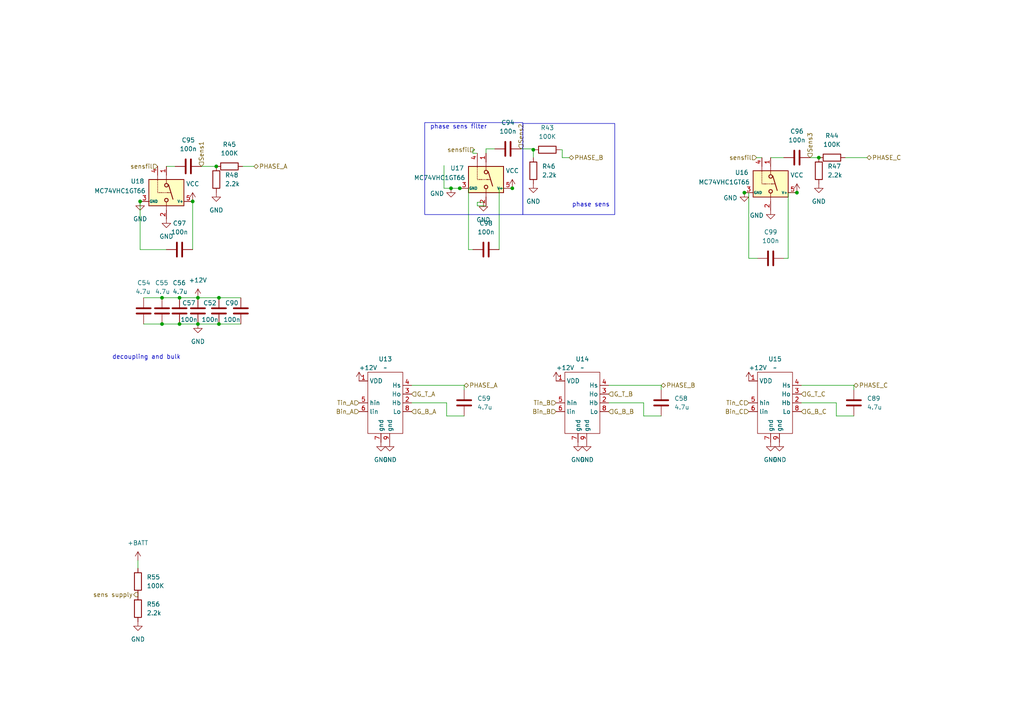
<source format=kicad_sch>
(kicad_sch
	(version 20231120)
	(generator "eeschema")
	(generator_version "8.0")
	(uuid "0ee291b0-e683-4ff0-9dff-0adaba549f16")
	(paper "A4")
	(title_block
		(title "BaguettESC100-100")
		(date "2024-11-09")
		(rev "Prot-1")
	)
	(lib_symbols
		(symbol "Analog_Switch:TS5A3166DCKR"
			(pin_names
				(offset 0.127)
			)
			(exclude_from_sim no)
			(in_bom yes)
			(on_board yes)
			(property "Reference" "U"
				(at -3.81 6.35 0)
				(effects
					(font
						(size 1.27 1.27)
					)
					(justify left)
				)
			)
			(property "Value" "TS5A3166DCKR"
				(at 3.81 -6.35 0)
				(effects
					(font
						(size 1.27 1.27)
					)
					(justify left)
				)
			)
			(property "Footprint" "Package_TO_SOT_SMD:SOT-353_SC-70-5"
				(at -1.27 -3.81 0)
				(effects
					(font
						(size 1.27 1.27)
					)
					(hide yes)
				)
			)
			(property "Datasheet" " http://www.ti.com/lit/ds/symlink/ts5a3166.pdf"
				(at 0 2.54 0)
				(effects
					(font
						(size 1.27 1.27)
					)
					(hide yes)
				)
			)
			(property "Description" "Single SPST Analog Switch, 5-V/3.3-V, normally OFF, 0.9Ohm Ron, SC-70"
				(at 0 0 0)
				(effects
					(font
						(size 1.27 1.27)
					)
					(hide yes)
				)
			)
			(property "ki_keywords" "Analog Switch SPST"
				(at 0 0 0)
				(effects
					(font
						(size 1.27 1.27)
					)
					(hide yes)
				)
			)
			(property "ki_fp_filters" "*SC?70?5*"
				(at 0 0 0)
				(effects
					(font
						(size 1.27 1.27)
					)
					(hide yes)
				)
			)
			(symbol "TS5A3166DCKR_0_1"
				(polyline
					(pts
						(xy -5.08 -2.54) (xy -3.302 -2.54)
					)
					(stroke
						(width 0)
						(type default)
					)
					(fill
						(type none)
					)
				)
				(polyline
					(pts
						(xy -3.048 -2.54) (xy -2.794 -2.54)
					)
					(stroke
						(width 0)
						(type default)
					)
					(fill
						(type none)
					)
				)
				(polyline
					(pts
						(xy -2.54 -2.54) (xy -2.286 -2.54)
					)
					(stroke
						(width 0)
						(type default)
					)
					(fill
						(type none)
					)
				)
				(polyline
					(pts
						(xy -2.032 -2.54) (xy -1.778 -2.54)
					)
					(stroke
						(width 0)
						(type default)
					)
					(fill
						(type none)
					)
				)
				(polyline
					(pts
						(xy -1.524 -2.54) (xy -1.27 -2.54)
					)
					(stroke
						(width 0)
						(type default)
					)
					(fill
						(type none)
					)
				)
				(polyline
					(pts
						(xy -1.016 -2.54) (xy -0.762 -2.54)
					)
					(stroke
						(width 0)
						(type default)
					)
					(fill
						(type none)
					)
				)
				(polyline
					(pts
						(xy -0.508 -2.54) (xy -0.254 -2.54)
					)
					(stroke
						(width 0)
						(type default)
					)
					(fill
						(type none)
					)
				)
				(polyline
					(pts
						(xy 0 -2.032) (xy 0 -1.778)
					)
					(stroke
						(width 0)
						(type default)
					)
					(fill
						(type none)
					)
				)
				(polyline
					(pts
						(xy 0 -1.524) (xy 0 -1.27)
					)
					(stroke
						(width 0)
						(type default)
					)
					(fill
						(type none)
					)
				)
			)
			(symbol "TS5A3166DCKR_1_1"
				(rectangle
					(start -3.81 5.08)
					(end 3.81 -5.08)
					(stroke
						(width 0.254)
						(type default)
					)
					(fill
						(type background)
					)
				)
				(circle
					(center -2.159 0)
					(radius 0.508)
					(stroke
						(width 0.254)
						(type default)
					)
					(fill
						(type none)
					)
				)
				(polyline
					(pts
						(xy -5.08 0) (xy -2.794 0)
					)
					(stroke
						(width 0)
						(type default)
					)
					(fill
						(type none)
					)
				)
				(polyline
					(pts
						(xy -2.286 0.635) (xy 1.905 1.905)
					)
					(stroke
						(width 0.254)
						(type default)
					)
					(fill
						(type none)
					)
				)
				(polyline
					(pts
						(xy 0 -2.54) (xy 0 -2.286)
					)
					(stroke
						(width 0)
						(type default)
					)
					(fill
						(type none)
					)
				)
				(polyline
					(pts
						(xy 0 -2.032) (xy 0 -1.778)
					)
					(stroke
						(width 0)
						(type default)
					)
					(fill
						(type none)
					)
				)
				(polyline
					(pts
						(xy 0 -1.524) (xy 0 -1.27)
					)
					(stroke
						(width 0)
						(type default)
					)
					(fill
						(type none)
					)
				)
				(polyline
					(pts
						(xy 0 -1.016) (xy 0 -0.762)
					)
					(stroke
						(width 0)
						(type default)
					)
					(fill
						(type none)
					)
				)
				(polyline
					(pts
						(xy 0 -0.508) (xy 0 -0.254)
					)
					(stroke
						(width 0)
						(type default)
					)
					(fill
						(type none)
					)
				)
				(polyline
					(pts
						(xy 0 0) (xy 0 0.508)
					)
					(stroke
						(width 0)
						(type default)
					)
					(fill
						(type none)
					)
				)
				(polyline
					(pts
						(xy 0 0.254) (xy 0 1.27)
					)
					(stroke
						(width 0)
						(type default)
					)
					(fill
						(type none)
					)
				)
				(polyline
					(pts
						(xy 5.08 0) (xy 2.794 0)
					)
					(stroke
						(width 0)
						(type default)
					)
					(fill
						(type none)
					)
				)
				(circle
					(center 2.159 0)
					(radius 0.508)
					(stroke
						(width 0.254)
						(type default)
					)
					(fill
						(type none)
					)
				)
				(pin passive line
					(at -7.62 0 0)
					(length 2.54)
					(name "~"
						(effects
							(font
								(size 1.27 1.27)
							)
						)
					)
					(number "1"
						(effects
							(font
								(size 1.27 1.27)
							)
						)
					)
				)
				(pin passive line
					(at 7.62 0 180)
					(length 2.54)
					(name "~"
						(effects
							(font
								(size 1.27 1.27)
							)
						)
					)
					(number "2"
						(effects
							(font
								(size 1.27 1.27)
							)
						)
					)
				)
				(pin power_in line
					(at 2.54 -7.62 90)
					(length 2.54)
					(name "GND"
						(effects
							(font
								(size 0.762 0.762)
							)
						)
					)
					(number "3"
						(effects
							(font
								(size 1.27 1.27)
							)
						)
					)
				)
				(pin input line
					(at -7.62 -2.54 0)
					(length 2.54)
					(name "~"
						(effects
							(font
								(size 1.27 1.27)
							)
						)
					)
					(number "4"
						(effects
							(font
								(size 1.27 1.27)
							)
						)
					)
				)
				(pin power_in line
					(at 2.54 7.62 270)
					(length 2.54)
					(name "V+"
						(effects
							(font
								(size 0.762 0.762)
							)
						)
					)
					(number "5"
						(effects
							(font
								(size 1.27 1.27)
							)
						)
					)
				)
			)
		)
		(symbol "Device:C"
			(pin_numbers hide)
			(pin_names
				(offset 0.254)
			)
			(exclude_from_sim no)
			(in_bom yes)
			(on_board yes)
			(property "Reference" "C"
				(at 0.635 2.54 0)
				(effects
					(font
						(size 1.27 1.27)
					)
					(justify left)
				)
			)
			(property "Value" "C"
				(at 0.635 -2.54 0)
				(effects
					(font
						(size 1.27 1.27)
					)
					(justify left)
				)
			)
			(property "Footprint" ""
				(at 0.9652 -3.81 0)
				(effects
					(font
						(size 1.27 1.27)
					)
					(hide yes)
				)
			)
			(property "Datasheet" "~"
				(at 0 0 0)
				(effects
					(font
						(size 1.27 1.27)
					)
					(hide yes)
				)
			)
			(property "Description" "Unpolarized capacitor"
				(at 0 0 0)
				(effects
					(font
						(size 1.27 1.27)
					)
					(hide yes)
				)
			)
			(property "ki_keywords" "cap capacitor"
				(at 0 0 0)
				(effects
					(font
						(size 1.27 1.27)
					)
					(hide yes)
				)
			)
			(property "ki_fp_filters" "C_*"
				(at 0 0 0)
				(effects
					(font
						(size 1.27 1.27)
					)
					(hide yes)
				)
			)
			(symbol "C_0_1"
				(polyline
					(pts
						(xy -2.032 -0.762) (xy 2.032 -0.762)
					)
					(stroke
						(width 0.508)
						(type default)
					)
					(fill
						(type none)
					)
				)
				(polyline
					(pts
						(xy -2.032 0.762) (xy 2.032 0.762)
					)
					(stroke
						(width 0.508)
						(type default)
					)
					(fill
						(type none)
					)
				)
			)
			(symbol "C_1_1"
				(pin passive line
					(at 0 3.81 270)
					(length 2.794)
					(name "~"
						(effects
							(font
								(size 1.27 1.27)
							)
						)
					)
					(number "1"
						(effects
							(font
								(size 1.27 1.27)
							)
						)
					)
				)
				(pin passive line
					(at 0 -3.81 90)
					(length 2.794)
					(name "~"
						(effects
							(font
								(size 1.27 1.27)
							)
						)
					)
					(number "2"
						(effects
							(font
								(size 1.27 1.27)
							)
						)
					)
				)
			)
		)
		(symbol "Device:R"
			(pin_numbers hide)
			(pin_names
				(offset 0)
			)
			(exclude_from_sim no)
			(in_bom yes)
			(on_board yes)
			(property "Reference" "R"
				(at 2.032 0 90)
				(effects
					(font
						(size 1.27 1.27)
					)
				)
			)
			(property "Value" "R"
				(at 0 0 90)
				(effects
					(font
						(size 1.27 1.27)
					)
				)
			)
			(property "Footprint" ""
				(at -1.778 0 90)
				(effects
					(font
						(size 1.27 1.27)
					)
					(hide yes)
				)
			)
			(property "Datasheet" "~"
				(at 0 0 0)
				(effects
					(font
						(size 1.27 1.27)
					)
					(hide yes)
				)
			)
			(property "Description" "Resistor"
				(at 0 0 0)
				(effects
					(font
						(size 1.27 1.27)
					)
					(hide yes)
				)
			)
			(property "ki_keywords" "R res resistor"
				(at 0 0 0)
				(effects
					(font
						(size 1.27 1.27)
					)
					(hide yes)
				)
			)
			(property "ki_fp_filters" "R_*"
				(at 0 0 0)
				(effects
					(font
						(size 1.27 1.27)
					)
					(hide yes)
				)
			)
			(symbol "R_0_1"
				(rectangle
					(start -1.016 -2.54)
					(end 1.016 2.54)
					(stroke
						(width 0.254)
						(type default)
					)
					(fill
						(type none)
					)
				)
			)
			(symbol "R_1_1"
				(pin passive line
					(at 0 3.81 270)
					(length 1.27)
					(name "~"
						(effects
							(font
								(size 1.27 1.27)
							)
						)
					)
					(number "1"
						(effects
							(font
								(size 1.27 1.27)
							)
						)
					)
				)
				(pin passive line
					(at 0 -3.81 90)
					(length 1.27)
					(name "~"
						(effects
							(font
								(size 1.27 1.27)
							)
						)
					)
					(number "2"
						(effects
							(font
								(size 1.27 1.27)
							)
						)
					)
				)
			)
		)
		(symbol "power:+12V"
			(power)
			(pin_names
				(offset 0)
			)
			(exclude_from_sim no)
			(in_bom yes)
			(on_board yes)
			(property "Reference" "#PWR"
				(at 0 -3.81 0)
				(effects
					(font
						(size 1.27 1.27)
					)
					(hide yes)
				)
			)
			(property "Value" "+12V"
				(at 0 3.556 0)
				(effects
					(font
						(size 1.27 1.27)
					)
				)
			)
			(property "Footprint" ""
				(at 0 0 0)
				(effects
					(font
						(size 1.27 1.27)
					)
					(hide yes)
				)
			)
			(property "Datasheet" ""
				(at 0 0 0)
				(effects
					(font
						(size 1.27 1.27)
					)
					(hide yes)
				)
			)
			(property "Description" "Power symbol creates a global label with name \"+12V\""
				(at 0 0 0)
				(effects
					(font
						(size 1.27 1.27)
					)
					(hide yes)
				)
			)
			(property "ki_keywords" "global power"
				(at 0 0 0)
				(effects
					(font
						(size 1.27 1.27)
					)
					(hide yes)
				)
			)
			(symbol "+12V_0_1"
				(polyline
					(pts
						(xy -0.762 1.27) (xy 0 2.54)
					)
					(stroke
						(width 0)
						(type default)
					)
					(fill
						(type none)
					)
				)
				(polyline
					(pts
						(xy 0 0) (xy 0 2.54)
					)
					(stroke
						(width 0)
						(type default)
					)
					(fill
						(type none)
					)
				)
				(polyline
					(pts
						(xy 0 2.54) (xy 0.762 1.27)
					)
					(stroke
						(width 0)
						(type default)
					)
					(fill
						(type none)
					)
				)
			)
			(symbol "+12V_1_1"
				(pin power_in line
					(at 0 0 90)
					(length 0) hide
					(name "+12V"
						(effects
							(font
								(size 1.27 1.27)
							)
						)
					)
					(number "1"
						(effects
							(font
								(size 1.27 1.27)
							)
						)
					)
				)
			)
		)
		(symbol "power:+BATT"
			(power)
			(pin_names
				(offset 0)
			)
			(exclude_from_sim no)
			(in_bom yes)
			(on_board yes)
			(property "Reference" "#PWR"
				(at 0 -3.81 0)
				(effects
					(font
						(size 1.27 1.27)
					)
					(hide yes)
				)
			)
			(property "Value" "+BATT"
				(at 0 3.556 0)
				(effects
					(font
						(size 1.27 1.27)
					)
				)
			)
			(property "Footprint" ""
				(at 0 0 0)
				(effects
					(font
						(size 1.27 1.27)
					)
					(hide yes)
				)
			)
			(property "Datasheet" ""
				(at 0 0 0)
				(effects
					(font
						(size 1.27 1.27)
					)
					(hide yes)
				)
			)
			(property "Description" "Power symbol creates a global label with name \"+BATT\""
				(at 0 0 0)
				(effects
					(font
						(size 1.27 1.27)
					)
					(hide yes)
				)
			)
			(property "ki_keywords" "global power battery"
				(at 0 0 0)
				(effects
					(font
						(size 1.27 1.27)
					)
					(hide yes)
				)
			)
			(symbol "+BATT_0_1"
				(polyline
					(pts
						(xy -0.762 1.27) (xy 0 2.54)
					)
					(stroke
						(width 0)
						(type default)
					)
					(fill
						(type none)
					)
				)
				(polyline
					(pts
						(xy 0 0) (xy 0 2.54)
					)
					(stroke
						(width 0)
						(type default)
					)
					(fill
						(type none)
					)
				)
				(polyline
					(pts
						(xy 0 2.54) (xy 0.762 1.27)
					)
					(stroke
						(width 0)
						(type default)
					)
					(fill
						(type none)
					)
				)
			)
			(symbol "+BATT_1_1"
				(pin power_in line
					(at 0 0 90)
					(length 0) hide
					(name "+BATT"
						(effects
							(font
								(size 1.27 1.27)
							)
						)
					)
					(number "1"
						(effects
							(font
								(size 1.27 1.27)
							)
						)
					)
				)
			)
		)
		(symbol "power:GND"
			(power)
			(pin_names
				(offset 0)
			)
			(exclude_from_sim no)
			(in_bom yes)
			(on_board yes)
			(property "Reference" "#PWR"
				(at 0 -6.35 0)
				(effects
					(font
						(size 1.27 1.27)
					)
					(hide yes)
				)
			)
			(property "Value" "GND"
				(at 0 -3.81 0)
				(effects
					(font
						(size 1.27 1.27)
					)
				)
			)
			(property "Footprint" ""
				(at 0 0 0)
				(effects
					(font
						(size 1.27 1.27)
					)
					(hide yes)
				)
			)
			(property "Datasheet" ""
				(at 0 0 0)
				(effects
					(font
						(size 1.27 1.27)
					)
					(hide yes)
				)
			)
			(property "Description" "Power symbol creates a global label with name \"GND\" , ground"
				(at 0 0 0)
				(effects
					(font
						(size 1.27 1.27)
					)
					(hide yes)
				)
			)
			(property "ki_keywords" "global power"
				(at 0 0 0)
				(effects
					(font
						(size 1.27 1.27)
					)
					(hide yes)
				)
			)
			(symbol "GND_0_1"
				(polyline
					(pts
						(xy 0 0) (xy 0 -1.27) (xy 1.27 -1.27) (xy 0 -2.54) (xy -1.27 -1.27) (xy 0 -1.27)
					)
					(stroke
						(width 0)
						(type default)
					)
					(fill
						(type none)
					)
				)
			)
			(symbol "GND_1_1"
				(pin power_in line
					(at 0 0 270)
					(length 0) hide
					(name "GND"
						(effects
							(font
								(size 1.27 1.27)
							)
						)
					)
					(number "1"
						(effects
							(font
								(size 1.27 1.27)
							)
						)
					)
				)
			)
		)
		(symbol "power:VCC"
			(power)
			(pin_names
				(offset 0)
			)
			(exclude_from_sim no)
			(in_bom yes)
			(on_board yes)
			(property "Reference" "#PWR"
				(at 0 -3.81 0)
				(effects
					(font
						(size 1.27 1.27)
					)
					(hide yes)
				)
			)
			(property "Value" "VCC"
				(at 0 3.81 0)
				(effects
					(font
						(size 1.27 1.27)
					)
				)
			)
			(property "Footprint" ""
				(at 0 0 0)
				(effects
					(font
						(size 1.27 1.27)
					)
					(hide yes)
				)
			)
			(property "Datasheet" ""
				(at 0 0 0)
				(effects
					(font
						(size 1.27 1.27)
					)
					(hide yes)
				)
			)
			(property "Description" "Power symbol creates a global label with name \"VCC\""
				(at 0 0 0)
				(effects
					(font
						(size 1.27 1.27)
					)
					(hide yes)
				)
			)
			(property "ki_keywords" "global power"
				(at 0 0 0)
				(effects
					(font
						(size 1.27 1.27)
					)
					(hide yes)
				)
			)
			(symbol "VCC_0_1"
				(polyline
					(pts
						(xy -0.762 1.27) (xy 0 2.54)
					)
					(stroke
						(width 0)
						(type default)
					)
					(fill
						(type none)
					)
				)
				(polyline
					(pts
						(xy 0 0) (xy 0 2.54)
					)
					(stroke
						(width 0)
						(type default)
					)
					(fill
						(type none)
					)
				)
				(polyline
					(pts
						(xy 0 2.54) (xy 0.762 1.27)
					)
					(stroke
						(width 0)
						(type default)
					)
					(fill
						(type none)
					)
				)
			)
			(symbol "VCC_1_1"
				(pin power_in line
					(at 0 0 90)
					(length 0) hide
					(name "VCC"
						(effects
							(font
								(size 1.27 1.27)
							)
						)
					)
					(number "1"
						(effects
							(font
								(size 1.27 1.27)
							)
						)
					)
				)
			)
		)
		(symbol "ucc-randompart:ucc27211a"
			(exclude_from_sim no)
			(in_bom yes)
			(on_board yes)
			(property "Reference" "U"
				(at -7.366 -6.096 0)
				(effects
					(font
						(size 1.27 1.27)
					)
				)
			)
			(property "Value" ""
				(at 0 0 0)
				(effects
					(font
						(size 1.27 1.27)
					)
				)
			)
			(property "Footprint" ""
				(at 0 0 0)
				(effects
					(font
						(size 1.27 1.27)
					)
					(hide yes)
				)
			)
			(property "Datasheet" ""
				(at 0 0 0)
				(effects
					(font
						(size 1.27 1.27)
					)
					(hide yes)
				)
			)
			(property "Description" ""
				(at 0 0 0)
				(effects
					(font
						(size 1.27 1.27)
					)
					(hide yes)
				)
			)
			(property "ki_locked" ""
				(at 0 0 0)
				(effects
					(font
						(size 1.27 1.27)
					)
				)
			)
			(symbol "ucc27211a_1_1"
				(rectangle
					(start -5.08 8.89)
					(end 5.08 -8.89)
					(stroke
						(width 0)
						(type default)
					)
					(fill
						(type none)
					)
				)
				(pin input line
					(at -7.62 6.35 0)
					(length 2.54)
					(name "VDD"
						(effects
							(font
								(size 1.27 1.27)
							)
						)
					)
					(number "1"
						(effects
							(font
								(size 1.27 1.27)
							)
						)
					)
				)
				(pin input line
					(at 7.62 0 180)
					(length 2.54)
					(name "Hb"
						(effects
							(font
								(size 1.27 1.27)
							)
						)
					)
					(number "2"
						(effects
							(font
								(size 1.27 1.27)
							)
						)
					)
				)
				(pin input line
					(at 7.62 2.54 180)
					(length 2.54)
					(name "Ho"
						(effects
							(font
								(size 1.27 1.27)
							)
						)
					)
					(number "3"
						(effects
							(font
								(size 1.27 1.27)
							)
						)
					)
				)
				(pin input line
					(at 7.62 5.08 180)
					(length 2.54)
					(name "Hs"
						(effects
							(font
								(size 1.27 1.27)
							)
						)
					)
					(number "4"
						(effects
							(font
								(size 1.27 1.27)
							)
						)
					)
				)
				(pin input line
					(at -7.62 0 0)
					(length 2.54)
					(name "hin"
						(effects
							(font
								(size 1.27 1.27)
							)
						)
					)
					(number "5"
						(effects
							(font
								(size 1.27 1.27)
							)
						)
					)
				)
				(pin input line
					(at -7.62 -2.54 0)
					(length 2.54)
					(name "lin"
						(effects
							(font
								(size 1.27 1.27)
							)
						)
					)
					(number "6"
						(effects
							(font
								(size 1.27 1.27)
							)
						)
					)
				)
				(pin input line
					(at -1.27 -11.43 90)
					(length 2.54)
					(name "gnd"
						(effects
							(font
								(size 1.27 1.27)
							)
						)
					)
					(number "7"
						(effects
							(font
								(size 1.27 1.27)
							)
						)
					)
				)
				(pin input line
					(at 7.62 -2.54 180)
					(length 2.54)
					(name "Lo"
						(effects
							(font
								(size 1.27 1.27)
							)
						)
					)
					(number "8"
						(effects
							(font
								(size 1.27 1.27)
							)
						)
					)
				)
				(pin input line
					(at 1.27 -11.43 90)
					(length 2.54)
					(name "gnd"
						(effects
							(font
								(size 1.27 1.27)
							)
						)
					)
					(number "9"
						(effects
							(font
								(size 1.27 1.27)
							)
						)
					)
				)
			)
		)
	)
	(junction
		(at 40.64 58.42)
		(diameter 0)
		(color 0 0 0 0)
		(uuid "0023e86e-877d-4b2e-b86b-8983eb6f2f50")
	)
	(junction
		(at 231.14 55.88)
		(diameter 0)
		(color 0 0 0 0)
		(uuid "09ec84a7-1577-4be7-9cf5-2a1e4eddf524")
	)
	(junction
		(at 52.07 93.98)
		(diameter 0)
		(color 0 0 0 0)
		(uuid "1706e55f-a33e-415d-a153-b88243695e1f")
	)
	(junction
		(at 46.99 86.36)
		(diameter 0)
		(color 0 0 0 0)
		(uuid "1e00fed8-4bbd-4801-8a32-b311c38f330e")
	)
	(junction
		(at 215.9 55.88)
		(diameter 0)
		(color 0 0 0 0)
		(uuid "25a95841-ba50-4d9d-80d6-e77f20cb3359")
	)
	(junction
		(at 130.81 54.61)
		(diameter 0)
		(color 0 0 0 0)
		(uuid "28b9bbff-f5ff-4dbf-8bd7-b394d4697b6d")
	)
	(junction
		(at 57.404 93.98)
		(diameter 0)
		(color 0 0 0 0)
		(uuid "320b7b75-aa6a-4520-9ae6-6bc01871a722")
	)
	(junction
		(at 237.49 45.72)
		(diameter 0)
		(color 0 0 0 0)
		(uuid "4a54f5a2-2a0f-4359-8d28-92ffed17de37")
	)
	(junction
		(at 62.738 48.26)
		(diameter 0)
		(color 0 0 0 0)
		(uuid "4bdb03a3-57b0-4038-a047-d7d129a9aab2")
	)
	(junction
		(at 46.99 93.98)
		(diameter 0)
		(color 0 0 0 0)
		(uuid "5b83da5b-67e2-4bbd-a6e5-f03d5b5c5622")
	)
	(junction
		(at 63.5 93.98)
		(diameter 0)
		(color 0 0 0 0)
		(uuid "674fc284-7337-4f93-864c-fab52a56caca")
	)
	(junction
		(at 55.88 58.42)
		(diameter 0)
		(color 0 0 0 0)
		(uuid "87c9a1db-0b48-4a84-adcd-c56b57209da1")
	)
	(junction
		(at 133.35 54.61)
		(diameter 0)
		(color 0 0 0 0)
		(uuid "a6e871ea-031c-4bed-91af-c1e810448810")
	)
	(junction
		(at 52.07 86.36)
		(diameter 0)
		(color 0 0 0 0)
		(uuid "bc42f921-b93b-4ce3-af83-fb587754e266")
	)
	(junction
		(at 57.404 86.36)
		(diameter 0)
		(color 0 0 0 0)
		(uuid "d356c22f-79c7-46e5-827f-0d28d3af4401")
	)
	(junction
		(at 148.59 54.61)
		(diameter 0)
		(color 0 0 0 0)
		(uuid "e810067d-731a-45df-8e9e-70d96c7fd2f9")
	)
	(junction
		(at 63.5 86.36)
		(diameter 0)
		(color 0 0 0 0)
		(uuid "fb62e45b-29e6-488d-89a4-187a00103d56")
	)
	(junction
		(at 154.686 43.434)
		(diameter 0)
		(color 0 0 0 0)
		(uuid "fef2c9c4-7ebe-42c5-9d1a-a0abd55fceac")
	)
	(wire
		(pts
			(xy 40.005 172.466) (xy 40.005 172.72)
		)
		(stroke
			(width 0)
			(type default)
		)
		(uuid "0272fb90-3704-4d10-894a-f1ad56e81c9d")
	)
	(wire
		(pts
			(xy 227.33 74.93) (xy 228.6 74.93)
		)
		(stroke
			(width 0)
			(type default)
		)
		(uuid "0a069c9a-e512-4dad-897a-1821773f23a6")
	)
	(wire
		(pts
			(xy 63.5 93.98) (xy 57.404 93.98)
		)
		(stroke
			(width 0)
			(type default)
		)
		(uuid "0c24cfb6-1a95-44fb-a119-9dd8f3b4e834")
	)
	(wire
		(pts
			(xy 41.656 86.36) (xy 46.99 86.36)
		)
		(stroke
			(width 0)
			(type default)
		)
		(uuid "0c2c5a63-fa1c-4326-80e2-ed3fa2f9fbde")
	)
	(wire
		(pts
			(xy 251.46 45.72) (xy 245.11 45.72)
		)
		(stroke
			(width 0)
			(type default)
		)
		(uuid "0cebe014-3218-4393-88b9-717759437e55")
	)
	(wire
		(pts
			(xy 144.78 72.39) (xy 144.78 54.61)
		)
		(stroke
			(width 0)
			(type default)
		)
		(uuid "10c2d60f-71ca-49fd-8acd-891d277301e6")
	)
	(wire
		(pts
			(xy 140.97 59.69) (xy 138.43 59.69)
		)
		(stroke
			(width 0)
			(type default)
		)
		(uuid "1560de1e-0336-4b3c-b2c6-7c8fee17a43f")
	)
	(wire
		(pts
			(xy 40.005 162.56) (xy 40.005 164.846)
		)
		(stroke
			(width 0)
			(type default)
		)
		(uuid "15c008eb-c138-4d8c-aa12-ad5fe089da4f")
	)
	(wire
		(pts
			(xy 137.16 43.434) (xy 137.668 43.434)
		)
		(stroke
			(width 0)
			(type default)
		)
		(uuid "184f14a5-183f-4e18-b55c-f40ecab01a54")
	)
	(wire
		(pts
			(xy 73.66 48.26) (xy 70.358 48.26)
		)
		(stroke
			(width 0)
			(type default)
		)
		(uuid "19ac906d-560f-40e8-a424-9133f62757e3")
	)
	(wire
		(pts
			(xy 46.99 86.36) (xy 52.07 86.36)
		)
		(stroke
			(width 0)
			(type default)
		)
		(uuid "22211dab-5beb-43d3-b6ab-8bad1787727f")
	)
	(wire
		(pts
			(xy 63.5 86.36) (xy 57.404 86.36)
		)
		(stroke
			(width 0)
			(type default)
		)
		(uuid "2241c32f-9ceb-43b0-87d6-f29be732a7fe")
	)
	(wire
		(pts
			(xy 129.54 116.84) (xy 119.38 116.84)
		)
		(stroke
			(width 0)
			(type default)
		)
		(uuid "2766f234-d69d-4160-bdd8-8753bae89e3a")
	)
	(wire
		(pts
			(xy 228.6 74.93) (xy 228.6 55.88)
		)
		(stroke
			(width 0)
			(type default)
		)
		(uuid "28340b48-1eca-43ab-b0cc-a0c4c2e7a875")
	)
	(wire
		(pts
			(xy 191.77 120.65) (xy 186.69 120.65)
		)
		(stroke
			(width 0)
			(type default)
		)
		(uuid "293006e2-868a-4744-b2bd-b6146d2abdea")
	)
	(wire
		(pts
			(xy 232.41 111.76) (xy 247.65 111.76)
		)
		(stroke
			(width 0)
			(type default)
		)
		(uuid "29bb411f-d986-4613-9a16-b8e5c1910c2b")
	)
	(wire
		(pts
			(xy 137.16 44.45) (xy 137.16 43.434)
		)
		(stroke
			(width 0)
			(type default)
		)
		(uuid "2e248c86-ad12-4c9e-a47f-8bf0551706c1")
	)
	(wire
		(pts
			(xy 55.88 72.39) (xy 55.88 58.42)
		)
		(stroke
			(width 0)
			(type default)
		)
		(uuid "2f98330d-3123-4819-adc1-32302ca77749")
	)
	(wire
		(pts
			(xy 247.65 120.65) (xy 242.57 120.65)
		)
		(stroke
			(width 0)
			(type default)
		)
		(uuid "3288ff21-84db-4dc6-9337-4a9938d92578")
	)
	(wire
		(pts
			(xy 135.89 72.39) (xy 135.89 54.61)
		)
		(stroke
			(width 0)
			(type default)
		)
		(uuid "357f48cf-974c-4473-86fd-3cb24eb519bb")
	)
	(wire
		(pts
			(xy 234.95 45.72) (xy 237.49 45.72)
		)
		(stroke
			(width 0)
			(type default)
		)
		(uuid "3dcfa493-54f2-4bc7-9b23-24703b7b96de")
	)
	(wire
		(pts
			(xy 154.94 43.434) (xy 154.686 43.434)
		)
		(stroke
			(width 0)
			(type default)
		)
		(uuid "42d4a6a5-a284-4985-8283-a536222846f1")
	)
	(wire
		(pts
			(xy 69.85 93.98) (xy 63.5 93.98)
		)
		(stroke
			(width 0)
			(type default)
		)
		(uuid "4723ba6f-72ce-419e-9aed-b04166744057")
	)
	(wire
		(pts
			(xy 217.17 55.88) (xy 215.9 55.88)
		)
		(stroke
			(width 0)
			(type default)
		)
		(uuid "48716248-c3e3-42a6-b5f0-899360ca0fa3")
	)
	(wire
		(pts
			(xy 242.57 120.65) (xy 242.57 116.84)
		)
		(stroke
			(width 0)
			(type default)
		)
		(uuid "4bbb2c32-d339-4c04-b82d-ae14149523b8")
	)
	(wire
		(pts
			(xy 217.17 74.93) (xy 217.17 55.88)
		)
		(stroke
			(width 0)
			(type default)
		)
		(uuid "593fe9c3-3904-4232-80f0-ff55ae83c393")
	)
	(wire
		(pts
			(xy 52.07 93.98) (xy 57.404 93.98)
		)
		(stroke
			(width 0)
			(type default)
		)
		(uuid "5baabd44-55e1-4bc6-95e5-07138ff7e5c9")
	)
	(wire
		(pts
			(xy 144.78 54.61) (xy 148.59 54.61)
		)
		(stroke
			(width 0)
			(type default)
		)
		(uuid "5c5058f5-3fef-4ada-b220-a5e41f38918e")
	)
	(wire
		(pts
			(xy 40.64 72.39) (xy 40.64 58.42)
		)
		(stroke
			(width 0)
			(type default)
		)
		(uuid "5e018049-8e21-415e-a3aa-f0b8fd9c768e")
	)
	(wire
		(pts
			(xy 138.43 44.45) (xy 137.16 44.45)
		)
		(stroke
			(width 0)
			(type default)
		)
		(uuid "63aa42b3-fa35-494f-88bc-f6735b74ea23")
	)
	(wire
		(pts
			(xy 46.99 93.98) (xy 52.07 93.98)
		)
		(stroke
			(width 0)
			(type default)
		)
		(uuid "65f6a585-ea85-4764-8fc9-43805f5eb995")
	)
	(wire
		(pts
			(xy 69.85 86.36) (xy 63.5 86.36)
		)
		(stroke
			(width 0)
			(type default)
		)
		(uuid "66f2d724-f3b1-4743-9288-b4733feef675")
	)
	(wire
		(pts
			(xy 137.16 72.39) (xy 135.89 72.39)
		)
		(stroke
			(width 0)
			(type default)
		)
		(uuid "695b64a8-d461-4056-bde9-76c838e4aed1")
	)
	(wire
		(pts
			(xy 138.43 58.674) (xy 140.208 58.674)
		)
		(stroke
			(width 0)
			(type default)
		)
		(uuid "74d4f21f-611c-4a3b-8af4-e137ec79b676")
	)
	(wire
		(pts
			(xy 129.54 116.84) (xy 129.54 120.65)
		)
		(stroke
			(width 0)
			(type default)
		)
		(uuid "75489bcc-6db9-4898-9b8b-e00e2d19b218")
	)
	(wire
		(pts
			(xy 176.53 111.76) (xy 191.77 111.76)
		)
		(stroke
			(width 0)
			(type default)
		)
		(uuid "7e179058-847a-4b01-b290-f7554888ab83")
	)
	(wire
		(pts
			(xy 186.69 120.65) (xy 186.69 116.84)
		)
		(stroke
			(width 0)
			(type default)
		)
		(uuid "86738fd6-7504-48a3-a475-e9ff0efd11d9")
	)
	(wire
		(pts
			(xy 134.62 120.65) (xy 129.54 120.65)
		)
		(stroke
			(width 0)
			(type default)
		)
		(uuid "8e8513c2-9bb6-4fd3-b56f-3a873cdb976a")
	)
	(wire
		(pts
			(xy 219.456 45.72) (xy 220.98 45.72)
		)
		(stroke
			(width 0)
			(type default)
		)
		(uuid "a0323986-2d53-41fd-9a37-98da54240acf")
	)
	(wire
		(pts
			(xy 151.13 43.18) (xy 154.686 43.18)
		)
		(stroke
			(width 0)
			(type default)
		)
		(uuid "a33839ce-a14a-43ee-bc24-69f09130c62b")
	)
	(wire
		(pts
			(xy 186.69 116.84) (xy 176.53 116.84)
		)
		(stroke
			(width 0)
			(type default)
		)
		(uuid "a6148824-e05e-4ba2-a75b-91ede09a2487")
	)
	(wire
		(pts
			(xy 247.65 111.76) (xy 247.65 113.03)
		)
		(stroke
			(width 0)
			(type default)
		)
		(uuid "abd1c28e-f534-4358-897c-b03b1f30ee3a")
	)
	(wire
		(pts
			(xy 163.068 43.434) (xy 163.068 45.72)
		)
		(stroke
			(width 0)
			(type default)
		)
		(uuid "b1ef04c2-6c48-444f-a9f9-6eb734a6523a")
	)
	(wire
		(pts
			(xy 48.26 72.39) (xy 40.64 72.39)
		)
		(stroke
			(width 0)
			(type default)
		)
		(uuid "b22aab2e-c091-4ef9-b259-6cbb1fc69874")
	)
	(wire
		(pts
			(xy 223.52 45.72) (xy 227.33 45.72)
		)
		(stroke
			(width 0)
			(type default)
		)
		(uuid "b7bcdec3-fe8f-4ff8-975d-4c3745fde250")
	)
	(wire
		(pts
			(xy 138.43 59.69) (xy 138.43 58.674)
		)
		(stroke
			(width 0)
			(type default)
		)
		(uuid "bc436f97-561d-495c-b30b-6536a8f1e196")
	)
	(wire
		(pts
			(xy 41.656 93.98) (xy 46.99 93.98)
		)
		(stroke
			(width 0)
			(type default)
		)
		(uuid "bce7d33c-256e-40e7-9346-ba00709f2c2b")
	)
	(wire
		(pts
			(xy 228.6 55.88) (xy 231.14 55.88)
		)
		(stroke
			(width 0)
			(type default)
		)
		(uuid "bf3e5ec3-a1ab-459a-ad21-4a50c26d75c4")
	)
	(wire
		(pts
			(xy 52.07 86.36) (xy 57.404 86.36)
		)
		(stroke
			(width 0)
			(type default)
		)
		(uuid "c6a63344-90ed-4031-b2bd-340cbb6b1669")
	)
	(wire
		(pts
			(xy 130.81 54.61) (xy 133.35 54.61)
		)
		(stroke
			(width 0)
			(type default)
		)
		(uuid "c81cad55-3bdc-4285-8ea2-639b8b91091e")
	)
	(wire
		(pts
			(xy 58.42 48.26) (xy 62.738 48.26)
		)
		(stroke
			(width 0)
			(type default)
		)
		(uuid "c833a110-4582-4227-97af-89bffe9ed011")
	)
	(wire
		(pts
			(xy 154.686 43.18) (xy 154.686 43.434)
		)
		(stroke
			(width 0)
			(type default)
		)
		(uuid "d90a6ff8-e1d6-4a36-8fd4-7244c182e09e")
	)
	(wire
		(pts
			(xy 48.26 48.26) (xy 50.8 48.26)
		)
		(stroke
			(width 0)
			(type default)
		)
		(uuid "da6ad65d-c0a9-4e24-8bb3-19a6cffcb2bf")
	)
	(wire
		(pts
			(xy 135.89 54.61) (xy 133.35 54.61)
		)
		(stroke
			(width 0)
			(type default)
		)
		(uuid "dbbe30fc-7b6a-4038-b693-ccf44f2612a2")
	)
	(wire
		(pts
			(xy 128.778 54.61) (xy 130.81 54.61)
		)
		(stroke
			(width 0)
			(type default)
		)
		(uuid "dc1e7251-1749-464e-a9d0-081cd431a8f1")
	)
	(wire
		(pts
			(xy 119.38 111.76) (xy 134.62 111.76)
		)
		(stroke
			(width 0)
			(type default)
		)
		(uuid "dcd37576-e556-4829-b51e-68f2a1464ba7")
	)
	(wire
		(pts
			(xy 242.57 116.84) (xy 232.41 116.84)
		)
		(stroke
			(width 0)
			(type default)
		)
		(uuid "df87e5b4-8a4d-4fbe-b82e-8c023d74730b")
	)
	(wire
		(pts
			(xy 163.068 43.434) (xy 162.56 43.434)
		)
		(stroke
			(width 0)
			(type default)
		)
		(uuid "e2c9d31b-6c2b-43bf-8405-9e9344041784")
	)
	(wire
		(pts
			(xy 128.778 48.006) (xy 128.778 54.61)
		)
		(stroke
			(width 0)
			(type default)
		)
		(uuid "e4a72a37-ad93-4682-9561-973c4b154cf4")
	)
	(wire
		(pts
			(xy 134.62 111.76) (xy 134.62 113.03)
		)
		(stroke
			(width 0)
			(type default)
		)
		(uuid "e80c49c9-72af-4b96-8881-c7e0afa2c8ba")
	)
	(wire
		(pts
			(xy 140.97 44.45) (xy 140.97 43.18)
		)
		(stroke
			(width 0)
			(type default)
		)
		(uuid "ee742132-0bde-4228-bd97-0342ee420158")
	)
	(wire
		(pts
			(xy 191.77 111.76) (xy 191.77 113.03)
		)
		(stroke
			(width 0)
			(type default)
		)
		(uuid "f11138fa-ff61-4fc9-92f7-51438d70f71d")
	)
	(wire
		(pts
			(xy 219.71 74.93) (xy 217.17 74.93)
		)
		(stroke
			(width 0)
			(type default)
		)
		(uuid "f6bf7825-998a-4184-9f91-aa069c35bf95")
	)
	(wire
		(pts
			(xy 140.97 43.18) (xy 143.51 43.18)
		)
		(stroke
			(width 0)
			(type default)
		)
		(uuid "f71e0ba7-f320-48ba-a285-41f14d2fd5a1")
	)
	(wire
		(pts
			(xy 163.068 45.72) (xy 165.1 45.72)
		)
		(stroke
			(width 0)
			(type default)
		)
		(uuid "f7c6735a-d66b-4888-bd6a-d3d13501ff17")
	)
	(wire
		(pts
			(xy 154.686 43.434) (xy 154.686 45.72)
		)
		(stroke
			(width 0)
			(type default)
		)
		(uuid "fc525e77-8a49-41aa-ab67-a2e124b5818b")
	)
	(rectangle
		(start 151.638 35.814)
		(end 178.308 62.23)
		(stroke
			(width 0)
			(type default)
		)
		(fill
			(type none)
		)
		(uuid 1a4be244-77bb-4826-87b6-b707a4663236)
	)
	(rectangle
		(start 123.19 35.56)
		(end 151.638 62.23)
		(stroke
			(width 0)
			(type default)
		)
		(fill
			(type none)
		)
		(uuid 360e22bf-f9de-4c1a-8e99-4637ac900a8d)
	)
	(text "phase sens\n\n"
		(exclude_from_sim no)
		(at 165.862 62.23 0)
		(effects
			(font
				(size 1.27 1.27)
			)
			(justify left bottom)
		)
		(uuid "974cc56a-0ba5-46c4-a301-709b809803d4")
	)
	(text "phase sens filter\n"
		(exclude_from_sim no)
		(at 124.714 37.592 0)
		(effects
			(font
				(size 1.27 1.27)
			)
			(justify left bottom)
		)
		(uuid "b78fa629-a82c-46f0-90fd-c49eb704f667")
	)
	(text "decoupling and bulk "
		(exclude_from_sim no)
		(at 32.512 104.394 0)
		(effects
			(font
				(size 1.27 1.27)
			)
			(justify left bottom)
		)
		(uuid "f3adf3ab-c162-445f-99b7-02b0dd6fed26")
	)
	(hierarchical_label "Bin_B"
		(shape input)
		(at 161.29 119.38 180)
		(fields_autoplaced yes)
		(effects
			(font
				(size 1.27 1.27)
			)
			(justify right)
		)
		(uuid "0f70fe03-753b-484b-aec0-ca6486f2439d")
	)
	(hierarchical_label "Sens1"
		(shape input)
		(at 58.42 48.26 90)
		(fields_autoplaced yes)
		(effects
			(font
				(size 1.27 1.27)
			)
			(justify left)
		)
		(uuid "22844cba-0379-486e-b29c-0a8780fe186c")
	)
	(hierarchical_label "G_T_C"
		(shape input)
		(at 232.41 114.3 0)
		(fields_autoplaced yes)
		(effects
			(font
				(size 1.27 1.27)
			)
			(justify left)
		)
		(uuid "2965648c-f0e6-4ac5-a736-1e91e9398f27")
	)
	(hierarchical_label "sensfil"
		(shape input)
		(at 45.72 48.26 180)
		(fields_autoplaced yes)
		(effects
			(font
				(size 1.27 1.27)
			)
			(justify right)
		)
		(uuid "29bd6ffa-e5ff-4f4a-8bb8-e3797a269f45")
	)
	(hierarchical_label "G_T_B"
		(shape input)
		(at 176.53 114.3 0)
		(fields_autoplaced yes)
		(effects
			(font
				(size 1.27 1.27)
			)
			(justify left)
		)
		(uuid "38ca481a-038e-420e-b084-a124077ddfea")
	)
	(hierarchical_label "G_B_C"
		(shape input)
		(at 232.41 119.38 0)
		(fields_autoplaced yes)
		(effects
			(font
				(size 1.27 1.27)
			)
			(justify left)
		)
		(uuid "3c4d35af-4692-4951-be55-b4c29b86c069")
	)
	(hierarchical_label "Sens2"
		(shape input)
		(at 151.13 43.18 90)
		(fields_autoplaced yes)
		(effects
			(font
				(size 1.27 1.27)
			)
			(justify left)
		)
		(uuid "42f7939d-ea9b-4f15-88ed-11aa631019b8")
	)
	(hierarchical_label "PHASE_B"
		(shape bidirectional)
		(at 165.1 45.72 0)
		(fields_autoplaced yes)
		(effects
			(font
				(size 1.27 1.27)
			)
			(justify left)
		)
		(uuid "4c2fd7cb-14e8-402c-994d-d1c11db73fde")
	)
	(hierarchical_label "G_T_A"
		(shape input)
		(at 119.38 114.3 0)
		(fields_autoplaced yes)
		(effects
			(font
				(size 1.27 1.27)
			)
			(justify left)
		)
		(uuid "5c2f368c-74be-4203-92af-d2662d682adc")
	)
	(hierarchical_label "Tin_A"
		(shape input)
		(at 104.14 116.84 180)
		(fields_autoplaced yes)
		(effects
			(font
				(size 1.27 1.27)
			)
			(justify right)
		)
		(uuid "5dabf045-dd27-41ac-9842-9b0a8a36a8a9")
	)
	(hierarchical_label "G_B_B"
		(shape input)
		(at 176.53 119.38 0)
		(fields_autoplaced yes)
		(effects
			(font
				(size 1.27 1.27)
			)
			(justify left)
		)
		(uuid "66b7970c-f5d7-4970-9b95-4208b34fcb62")
	)
	(hierarchical_label "Tin_B"
		(shape input)
		(at 161.29 116.84 180)
		(fields_autoplaced yes)
		(effects
			(font
				(size 1.27 1.27)
			)
			(justify right)
		)
		(uuid "7a8846a8-6f84-4a58-894c-87ee145ed142")
	)
	(hierarchical_label "sens supply"
		(shape output)
		(at 40.005 172.466 180)
		(fields_autoplaced yes)
		(effects
			(font
				(size 1.27 1.27)
			)
			(justify right)
		)
		(uuid "899d0a23-10ab-4d85-8855-beca4c788c0b")
	)
	(hierarchical_label "sensfil"
		(shape input)
		(at 137.668 43.434 180)
		(fields_autoplaced yes)
		(effects
			(font
				(size 1.27 1.27)
			)
			(justify right)
		)
		(uuid "8db35e7b-82fa-4149-828b-0773a7222ef2")
	)
	(hierarchical_label "PHASE_B"
		(shape bidirectional)
		(at 191.77 111.76 0)
		(fields_autoplaced yes)
		(effects
			(font
				(size 1.27 1.27)
			)
			(justify left)
		)
		(uuid "8e9a5903-1c47-4eb0-9896-feda0767019f")
	)
	(hierarchical_label "Sens3"
		(shape input)
		(at 234.95 45.72 90)
		(fields_autoplaced yes)
		(effects
			(font
				(size 1.27 1.27)
			)
			(justify left)
		)
		(uuid "9557c84e-bb26-4593-b633-25f249e459af")
	)
	(hierarchical_label "Bin_A"
		(shape input)
		(at 104.14 119.38 180)
		(fields_autoplaced yes)
		(effects
			(font
				(size 1.27 1.27)
			)
			(justify right)
		)
		(uuid "99cd8fa1-d1ce-4606-9679-ba7f747aa69e")
	)
	(hierarchical_label "Tin_C"
		(shape input)
		(at 217.17 116.84 180)
		(fields_autoplaced yes)
		(effects
			(font
				(size 1.27 1.27)
			)
			(justify right)
		)
		(uuid "ac70e8c9-721d-473b-a455-059783aefe35")
	)
	(hierarchical_label "Bin_C"
		(shape input)
		(at 217.17 119.38 180)
		(fields_autoplaced yes)
		(effects
			(font
				(size 1.27 1.27)
			)
			(justify right)
		)
		(uuid "b4aa5b90-c91f-489d-a91e-17d006ee3ff7")
	)
	(hierarchical_label "sensfil"
		(shape input)
		(at 219.456 45.72 180)
		(fields_autoplaced yes)
		(effects
			(font
				(size 1.27 1.27)
			)
			(justify right)
		)
		(uuid "b6abe652-6868-497b-8f8b-f799f2b9083d")
	)
	(hierarchical_label "PHASE_A"
		(shape bidirectional)
		(at 73.66 48.26 0)
		(fields_autoplaced yes)
		(effects
			(font
				(size 1.27 1.27)
			)
			(justify left)
		)
		(uuid "b6ce085d-6dd6-4355-ab2c-abce3ac28a97")
	)
	(hierarchical_label "PHASE_C"
		(shape bidirectional)
		(at 247.65 111.76 0)
		(fields_autoplaced yes)
		(effects
			(font
				(size 1.27 1.27)
			)
			(justify left)
		)
		(uuid "c11af1b5-54ca-44c0-9f4a-beb0385d325e")
	)
	(hierarchical_label "G_B_A"
		(shape input)
		(at 119.38 119.38 0)
		(fields_autoplaced yes)
		(effects
			(font
				(size 1.27 1.27)
			)
			(justify left)
		)
		(uuid "d8ef62bc-455c-43ad-a854-e09817faf33d")
	)
	(hierarchical_label "PHASE_A"
		(shape bidirectional)
		(at 134.62 111.76 0)
		(fields_autoplaced yes)
		(effects
			(font
				(size 1.27 1.27)
			)
			(justify left)
		)
		(uuid "e2df1426-991a-49d9-8f9b-484db1ba868c")
	)
	(hierarchical_label "PHASE_C"
		(shape bidirectional)
		(at 251.46 45.72 0)
		(fields_autoplaced yes)
		(effects
			(font
				(size 1.27 1.27)
			)
			(justify left)
		)
		(uuid "e76f546e-a253-458d-9ac2-6b8bceaf5eda")
	)
	(symbol
		(lib_id "power:+BATT")
		(at 40.005 162.56 0)
		(unit 1)
		(exclude_from_sim no)
		(in_bom yes)
		(on_board yes)
		(dnp no)
		(uuid "02e1e67a-a748-4c7a-80f2-f0de4276c59e")
		(property "Reference" "#PWR0119"
			(at 40.005 166.37 0)
			(effects
				(font
					(size 1.27 1.27)
				)
				(hide yes)
			)
		)
		(property "Value" "+BATT"
			(at 40.005 157.48 0)
			(effects
				(font
					(size 1.27 1.27)
				)
			)
		)
		(property "Footprint" ""
			(at 40.005 162.56 0)
			(effects
				(font
					(size 1.27 1.27)
				)
				(hide yes)
			)
		)
		(property "Datasheet" ""
			(at 40.005 162.56 0)
			(effects
				(font
					(size 1.27 1.27)
				)
				(hide yes)
			)
		)
		(property "Description" ""
			(at 40.005 162.56 0)
			(effects
				(font
					(size 1.27 1.27)
				)
				(hide yes)
			)
		)
		(pin "1"
			(uuid "c4e6c15a-7e30-41cc-adee-af980112c366")
		)
		(instances
			(project "vesc"
				(path "/473afa24-5103-4f79-a553-15c98718c5e2/7e680119-9811-49d4-85a9-e68dc9da2019"
					(reference "#PWR0119")
					(unit 1)
				)
			)
		)
	)
	(symbol
		(lib_id "Device:C")
		(at 140.97 72.39 90)
		(unit 1)
		(exclude_from_sim no)
		(in_bom yes)
		(on_board yes)
		(dnp no)
		(fields_autoplaced yes)
		(uuid "0d419701-40bc-4e04-8ed1-4b3ee6f1191a")
		(property "Reference" "C98"
			(at 140.97 64.77 90)
			(effects
				(font
					(size 1.27 1.27)
				)
			)
		)
		(property "Value" "100n"
			(at 140.97 67.31 90)
			(effects
				(font
					(size 1.27 1.27)
				)
			)
		)
		(property "Footprint" "Capacitor_SMD:C_0603_1608Metric"
			(at 144.78 71.4248 0)
			(effects
				(font
					(size 1.27 1.27)
				)
				(hide yes)
			)
		)
		(property "Datasheet" "~"
			(at 140.97 72.39 0)
			(effects
				(font
					(size 1.27 1.27)
				)
				(hide yes)
			)
		)
		(property "Description" ""
			(at 140.97 72.39 0)
			(effects
				(font
					(size 1.27 1.27)
				)
				(hide yes)
			)
		)
		(pin "1"
			(uuid "eb7e0879-16d4-45c7-806e-f826580426cb")
		)
		(pin "2"
			(uuid "49600602-9ceb-4454-8e8b-d26196edcabe")
		)
		(instances
			(project "vesc"
				(path "/473afa24-5103-4f79-a553-15c98718c5e2/7e680119-9811-49d4-85a9-e68dc9da2019"
					(reference "C98")
					(unit 1)
				)
			)
		)
	)
	(symbol
		(lib_id "ucc-randompart:ucc27211a")
		(at 168.91 116.84 0)
		(unit 1)
		(exclude_from_sim no)
		(in_bom yes)
		(on_board yes)
		(dnp no)
		(fields_autoplaced yes)
		(uuid "0f6ba521-9493-4bc1-9268-82a98a441410")
		(property "Reference" "U14"
			(at 168.91 104.14 0)
			(effects
				(font
					(size 1.27 1.27)
				)
			)
		)
		(property "Value" "~"
			(at 168.91 106.68 0)
			(effects
				(font
					(size 1.27 1.27)
				)
			)
		)
		(property "Footprint" "Package_SO:SOIC-8-1EP_3.9x4.9mm_P1.27mm_EP2.29x3mm"
			(at 168.91 116.84 0)
			(effects
				(font
					(size 1.27 1.27)
				)
				(hide yes)
			)
		)
		(property "Datasheet" ""
			(at 168.91 116.84 0)
			(effects
				(font
					(size 1.27 1.27)
				)
				(hide yes)
			)
		)
		(property "Description" ""
			(at 168.91 116.84 0)
			(effects
				(font
					(size 1.27 1.27)
				)
				(hide yes)
			)
		)
		(pin "4"
			(uuid "f014dcd7-71aa-4bfe-86bd-1840efc24bf7")
		)
		(pin "7"
			(uuid "2311c4fd-7b1a-4255-b184-fe4ba48fc583")
		)
		(pin "5"
			(uuid "e103a3f9-6fef-4add-84ba-0c46ec8a8f16")
		)
		(pin "9"
			(uuid "0d717cb5-b62c-4132-ab27-6c6c2a3baad0")
		)
		(pin "3"
			(uuid "38d85ad7-9e8d-46b9-87f1-e46440a19f1e")
		)
		(pin "2"
			(uuid "ece88739-7e87-4445-88aa-5c267ec06385")
		)
		(pin "6"
			(uuid "874ccf30-f19c-4a9c-a3cb-c179bdcdb603")
		)
		(pin "8"
			(uuid "4575359b-55c4-49b5-b033-fb3056d31800")
		)
		(pin "1"
			(uuid "276feada-c493-454a-8a3e-f3a5b6016ca7")
		)
		(instances
			(project "vesc"
				(path "/473afa24-5103-4f79-a553-15c98718c5e2/7e680119-9811-49d4-85a9-e68dc9da2019"
					(reference "U14")
					(unit 1)
				)
			)
		)
	)
	(symbol
		(lib_id "power:+12V")
		(at 57.404 86.36 0)
		(unit 1)
		(exclude_from_sim no)
		(in_bom yes)
		(on_board yes)
		(dnp no)
		(fields_autoplaced yes)
		(uuid "122d10af-a855-42e4-8ec8-bd049e9edb8e")
		(property "Reference" "#PWR0114"
			(at 57.404 90.17 0)
			(effects
				(font
					(size 1.27 1.27)
				)
				(hide yes)
			)
		)
		(property "Value" "+12V"
			(at 57.404 81.28 0)
			(effects
				(font
					(size 1.27 1.27)
				)
			)
		)
		(property "Footprint" ""
			(at 57.404 86.36 0)
			(effects
				(font
					(size 1.27 1.27)
				)
				(hide yes)
			)
		)
		(property "Datasheet" ""
			(at 57.404 86.36 0)
			(effects
				(font
					(size 1.27 1.27)
				)
				(hide yes)
			)
		)
		(property "Description" ""
			(at 57.404 86.36 0)
			(effects
				(font
					(size 1.27 1.27)
				)
				(hide yes)
			)
		)
		(pin "1"
			(uuid "81cc6e99-14a6-44bb-add4-0801af815de8")
		)
		(instances
			(project "vesc"
				(path "/473afa24-5103-4f79-a553-15c98718c5e2/7e680119-9811-49d4-85a9-e68dc9da2019"
					(reference "#PWR0114")
					(unit 1)
				)
			)
		)
	)
	(symbol
		(lib_id "ucc-randompart:ucc27211a")
		(at 224.79 116.84 0)
		(unit 1)
		(exclude_from_sim no)
		(in_bom yes)
		(on_board yes)
		(dnp no)
		(fields_autoplaced yes)
		(uuid "12bc715a-e06c-4824-aec5-d58446aeb2d1")
		(property "Reference" "U15"
			(at 224.79 104.14 0)
			(effects
				(font
					(size 1.27 1.27)
				)
			)
		)
		(property "Value" "~"
			(at 224.79 106.68 0)
			(effects
				(font
					(size 1.27 1.27)
				)
			)
		)
		(property "Footprint" "Package_SO:SOIC-8-1EP_3.9x4.9mm_P1.27mm_EP2.29x3mm"
			(at 224.79 116.84 0)
			(effects
				(font
					(size 1.27 1.27)
				)
				(hide yes)
			)
		)
		(property "Datasheet" ""
			(at 224.79 116.84 0)
			(effects
				(font
					(size 1.27 1.27)
				)
				(hide yes)
			)
		)
		(property "Description" ""
			(at 224.79 116.84 0)
			(effects
				(font
					(size 1.27 1.27)
				)
				(hide yes)
			)
		)
		(pin "4"
			(uuid "2e146083-8b94-446c-91c6-ba497fab9504")
		)
		(pin "7"
			(uuid "f017deff-3b57-4ade-9303-833a8035fdc8")
		)
		(pin "5"
			(uuid "0d278d85-4f1a-473f-a501-be2a4d52ade4")
		)
		(pin "9"
			(uuid "898b59fb-0e22-4931-a96b-cbff2455947f")
		)
		(pin "3"
			(uuid "53e6073b-7931-49fa-ab95-fe53efdacf32")
		)
		(pin "2"
			(uuid "8bef617b-454e-4b35-8606-c5b4bef31190")
		)
		(pin "6"
			(uuid "ea0d2834-b15e-4bd2-ab83-8a176701fbca")
		)
		(pin "8"
			(uuid "6de95fbf-ef4f-422b-8e7d-e48a2ba96a87")
		)
		(pin "1"
			(uuid "7e7e8ce4-f0e2-4539-81ce-540db5b618ba")
		)
		(instances
			(project "vesc"
				(path "/473afa24-5103-4f79-a553-15c98718c5e2/7e680119-9811-49d4-85a9-e68dc9da2019"
					(reference "U15")
					(unit 1)
				)
			)
		)
	)
	(symbol
		(lib_id "Device:C")
		(at 69.85 90.17 180)
		(unit 1)
		(exclude_from_sim no)
		(in_bom yes)
		(on_board yes)
		(dnp no)
		(uuid "15b00e0d-531d-4e61-abda-c792ab81b501")
		(property "Reference" "C90"
			(at 65.278 87.884 0)
			(effects
				(font
					(size 1.27 1.27)
				)
				(justify right)
			)
		)
		(property "Value" "100n"
			(at 64.77 92.71 0)
			(effects
				(font
					(size 1.27 1.27)
				)
				(justify right)
			)
		)
		(property "Footprint" "Capacitor_SMD:C_0402_1005Metric"
			(at 68.8848 86.36 0)
			(effects
				(font
					(size 1.27 1.27)
				)
				(hide yes)
			)
		)
		(property "Datasheet" "~"
			(at 69.85 90.17 0)
			(effects
				(font
					(size 1.27 1.27)
				)
				(hide yes)
			)
		)
		(property "Description" ""
			(at 69.85 90.17 0)
			(effects
				(font
					(size 1.27 1.27)
				)
				(hide yes)
			)
		)
		(pin "1"
			(uuid "200710fc-b036-435e-99e6-afac786aacba")
		)
		(pin "2"
			(uuid "7dbad020-a5f4-46a9-8fcc-f1b39f70a3ac")
		)
		(instances
			(project "vesc"
				(path "/473afa24-5103-4f79-a553-15c98718c5e2/7e680119-9811-49d4-85a9-e68dc9da2019"
					(reference "C90")
					(unit 1)
				)
			)
		)
	)
	(symbol
		(lib_id "Device:R")
		(at 40.005 176.53 180)
		(unit 1)
		(exclude_from_sim no)
		(in_bom yes)
		(on_board yes)
		(dnp no)
		(fields_autoplaced yes)
		(uuid "25c1c18f-8ae8-42cc-912f-d4a041edee51")
		(property "Reference" "R56"
			(at 42.545 175.26 0)
			(effects
				(font
					(size 1.27 1.27)
				)
				(justify right)
			)
		)
		(property "Value" "2.2k"
			(at 42.545 177.8 0)
			(effects
				(font
					(size 1.27 1.27)
				)
				(justify right)
			)
		)
		(property "Footprint" "Resistor_SMD:R_0603_1608Metric"
			(at 41.783 176.53 90)
			(effects
				(font
					(size 1.27 1.27)
				)
				(hide yes)
			)
		)
		(property "Datasheet" "~"
			(at 40.005 176.53 0)
			(effects
				(font
					(size 1.27 1.27)
				)
				(hide yes)
			)
		)
		(property "Description" ""
			(at 40.005 176.53 0)
			(effects
				(font
					(size 1.27 1.27)
				)
				(hide yes)
			)
		)
		(pin "1"
			(uuid "d28bd67c-f7a9-41f6-a263-8a5d76db4657")
		)
		(pin "2"
			(uuid "8586c533-072e-4458-83c3-4150ff12880a")
		)
		(instances
			(project "vesc"
				(path "/473afa24-5103-4f79-a553-15c98718c5e2/7e680119-9811-49d4-85a9-e68dc9da2019"
					(reference "R56")
					(unit 1)
				)
			)
		)
	)
	(symbol
		(lib_id "power:VCC")
		(at 231.14 55.88 0)
		(unit 1)
		(exclude_from_sim no)
		(in_bom yes)
		(on_board yes)
		(dnp no)
		(fields_autoplaced yes)
		(uuid "28b0562c-3c8a-44d8-b88d-f65f2c9f0d76")
		(property "Reference" "#PWR0104"
			(at 231.14 59.69 0)
			(effects
				(font
					(size 1.27 1.27)
				)
				(hide yes)
			)
		)
		(property "Value" "VCC"
			(at 231.14 50.8 0)
			(effects
				(font
					(size 1.27 1.27)
				)
			)
		)
		(property "Footprint" ""
			(at 231.14 55.88 0)
			(effects
				(font
					(size 1.27 1.27)
				)
				(hide yes)
			)
		)
		(property "Datasheet" ""
			(at 231.14 55.88 0)
			(effects
				(font
					(size 1.27 1.27)
				)
				(hide yes)
			)
		)
		(property "Description" ""
			(at 231.14 55.88 0)
			(effects
				(font
					(size 1.27 1.27)
				)
				(hide yes)
			)
		)
		(pin "1"
			(uuid "7906b9f3-fd38-4828-9669-886b091248de")
		)
		(instances
			(project "vesc"
				(path "/473afa24-5103-4f79-a553-15c98718c5e2/7e680119-9811-49d4-85a9-e68dc9da2019"
					(reference "#PWR0104")
					(unit 1)
				)
			)
		)
	)
	(symbol
		(lib_id "Device:C")
		(at 54.61 48.26 90)
		(unit 1)
		(exclude_from_sim no)
		(in_bom yes)
		(on_board yes)
		(dnp no)
		(fields_autoplaced yes)
		(uuid "2ea99773-385e-482c-91a4-aa99713a7413")
		(property "Reference" "C95"
			(at 54.61 40.64 90)
			(effects
				(font
					(size 1.27 1.27)
				)
			)
		)
		(property "Value" "100n"
			(at 54.61 43.18 90)
			(effects
				(font
					(size 1.27 1.27)
				)
			)
		)
		(property "Footprint" "Capacitor_SMD:C_0603_1608Metric"
			(at 58.42 47.2948 0)
			(effects
				(font
					(size 1.27 1.27)
				)
				(hide yes)
			)
		)
		(property "Datasheet" "~"
			(at 54.61 48.26 0)
			(effects
				(font
					(size 1.27 1.27)
				)
				(hide yes)
			)
		)
		(property "Description" ""
			(at 54.61 48.26 0)
			(effects
				(font
					(size 1.27 1.27)
				)
				(hide yes)
			)
		)
		(pin "1"
			(uuid "5e702401-ab27-4314-9820-4ed3d75ba966")
		)
		(pin "2"
			(uuid "04c3f091-002e-43f9-809b-1580e0109f50")
		)
		(instances
			(project "vesc"
				(path "/473afa24-5103-4f79-a553-15c98718c5e2/7e680119-9811-49d4-85a9-e68dc9da2019"
					(reference "C95")
					(unit 1)
				)
			)
		)
	)
	(symbol
		(lib_id "power:GND")
		(at 48.26 63.5 0)
		(unit 1)
		(exclude_from_sim no)
		(in_bom yes)
		(on_board yes)
		(dnp no)
		(fields_autoplaced yes)
		(uuid "2ec7a521-a608-449f-af10-813230fefb4c")
		(property "Reference" "#PWR0111"
			(at 48.26 69.85 0)
			(effects
				(font
					(size 1.27 1.27)
				)
				(hide yes)
			)
		)
		(property "Value" "GND"
			(at 48.26 68.58 0)
			(effects
				(font
					(size 1.27 1.27)
				)
			)
		)
		(property "Footprint" ""
			(at 48.26 63.5 0)
			(effects
				(font
					(size 1.27 1.27)
				)
				(hide yes)
			)
		)
		(property "Datasheet" ""
			(at 48.26 63.5 0)
			(effects
				(font
					(size 1.27 1.27)
				)
				(hide yes)
			)
		)
		(property "Description" ""
			(at 48.26 63.5 0)
			(effects
				(font
					(size 1.27 1.27)
				)
				(hide yes)
			)
		)
		(pin "1"
			(uuid "843224d7-3bab-4b1a-aa0b-f7dfd4402d7f")
		)
		(instances
			(project "vesc"
				(path "/473afa24-5103-4f79-a553-15c98718c5e2/7e680119-9811-49d4-85a9-e68dc9da2019"
					(reference "#PWR0111")
					(unit 1)
				)
			)
		)
	)
	(symbol
		(lib_id "power:GND")
		(at 130.81 54.61 0)
		(unit 1)
		(exclude_from_sim no)
		(in_bom yes)
		(on_board yes)
		(dnp no)
		(uuid "30323a8a-bb5b-4b11-8e56-df8e21712560")
		(property "Reference" "#PWR0125"
			(at 130.81 60.96 0)
			(effects
				(font
					(size 1.27 1.27)
				)
				(hide yes)
			)
		)
		(property "Value" "GND"
			(at 124.714 56.134 0)
			(effects
				(font
					(size 1.27 1.27)
				)
				(justify left)
			)
		)
		(property "Footprint" ""
			(at 130.81 54.61 0)
			(effects
				(font
					(size 1.27 1.27)
				)
				(hide yes)
			)
		)
		(property "Datasheet" ""
			(at 130.81 54.61 0)
			(effects
				(font
					(size 1.27 1.27)
				)
				(hide yes)
			)
		)
		(property "Description" ""
			(at 130.81 54.61 0)
			(effects
				(font
					(size 1.27 1.27)
				)
				(hide yes)
			)
		)
		(pin "1"
			(uuid "93351c1a-919e-470f-922e-1c050ac462a6")
		)
		(instances
			(project "vesc"
				(path "/473afa24-5103-4f79-a553-15c98718c5e2/7e680119-9811-49d4-85a9-e68dc9da2019"
					(reference "#PWR0125")
					(unit 1)
				)
			)
		)
	)
	(symbol
		(lib_id "power:+12V")
		(at 104.14 110.49 0)
		(unit 1)
		(exclude_from_sim no)
		(in_bom yes)
		(on_board yes)
		(dnp no)
		(uuid "3bb410f0-7cf4-4970-b74e-722eca817c93")
		(property "Reference" "#PWR0113"
			(at 104.14 114.3 0)
			(effects
				(font
					(size 1.27 1.27)
				)
				(hide yes)
			)
		)
		(property "Value" "+12V"
			(at 104.14 106.68 0)
			(effects
				(font
					(size 1.27 1.27)
				)
				(justify left)
			)
		)
		(property "Footprint" ""
			(at 104.14 110.49 0)
			(effects
				(font
					(size 1.27 1.27)
				)
				(hide yes)
			)
		)
		(property "Datasheet" ""
			(at 104.14 110.49 0)
			(effects
				(font
					(size 1.27 1.27)
				)
				(hide yes)
			)
		)
		(property "Description" ""
			(at 104.14 110.49 0)
			(effects
				(font
					(size 1.27 1.27)
				)
				(hide yes)
			)
		)
		(pin "1"
			(uuid "ec5e9036-cca9-49e1-aaa9-e613192a5631")
		)
		(instances
			(project "vesc"
				(path "/473afa24-5103-4f79-a553-15c98718c5e2/7e680119-9811-49d4-85a9-e68dc9da2019"
					(reference "#PWR0113")
					(unit 1)
				)
			)
		)
	)
	(symbol
		(lib_id "Analog_Switch:TS5A3166DCKR")
		(at 223.52 53.34 270)
		(unit 1)
		(exclude_from_sim no)
		(in_bom yes)
		(on_board yes)
		(dnp no)
		(uuid "3e2ef1ba-0bb7-4146-8bf6-7d068cbb2163")
		(property "Reference" "U16"
			(at 215.138 50.038 90)
			(effects
				(font
					(size 1.27 1.27)
				)
			)
		)
		(property "Value" "MC74VHC1GT66"
			(at 210.058 52.832 90)
			(effects
				(font
					(size 1.27 1.27)
				)
			)
		)
		(property "Footprint" "Package_TO_SOT_SMD:SOT-353_SC-70-5"
			(at 219.71 52.07 0)
			(effects
				(font
					(size 1.27 1.27)
				)
				(hide yes)
			)
		)
		(property "Datasheet" " http://www.ti.com/lit/ds/symlink/ts5a3166.pdf"
			(at 226.06 53.34 0)
			(effects
				(font
					(size 1.27 1.27)
				)
				(hide yes)
			)
		)
		(property "Description" "Single SPST Analog Switch, 5-V/3.3-V, normally OFF, 0.9Ohm Ron, SC-70"
			(at 223.52 53.34 0)
			(effects
				(font
					(size 1.27 1.27)
				)
				(hide yes)
			)
		)
		(pin "3"
			(uuid "25dbe029-3971-44cb-9233-96a3782f5d5d")
		)
		(pin "5"
			(uuid "1f281375-13ec-4777-8597-f2ac71a9743a")
		)
		(pin "2"
			(uuid "209cfc70-ae5b-4b8c-bbba-c0de504c27b5")
		)
		(pin "4"
			(uuid "ee710fc0-f32a-437d-8c0e-d73dfe892a10")
		)
		(pin "1"
			(uuid "ec139456-0704-43b9-a302-3395e957743d")
		)
		(instances
			(project "vesc"
				(path "/473afa24-5103-4f79-a553-15c98718c5e2/7e680119-9811-49d4-85a9-e68dc9da2019"
					(reference "U16")
					(unit 1)
				)
			)
		)
	)
	(symbol
		(lib_id "ucc-randompart:ucc27211a")
		(at 111.76 116.84 0)
		(unit 1)
		(exclude_from_sim no)
		(in_bom yes)
		(on_board yes)
		(dnp no)
		(fields_autoplaced yes)
		(uuid "3f865579-125a-46b8-9542-4e5fe2f57a8e")
		(property "Reference" "U13"
			(at 111.76 104.14 0)
			(effects
				(font
					(size 1.27 1.27)
				)
			)
		)
		(property "Value" "~"
			(at 111.76 106.68 0)
			(effects
				(font
					(size 1.27 1.27)
				)
			)
		)
		(property "Footprint" "Package_SO:SOIC-8-1EP_3.9x4.9mm_P1.27mm_EP2.29x3mm"
			(at 111.76 116.84 0)
			(effects
				(font
					(size 1.27 1.27)
				)
				(hide yes)
			)
		)
		(property "Datasheet" ""
			(at 111.76 116.84 0)
			(effects
				(font
					(size 1.27 1.27)
				)
				(hide yes)
			)
		)
		(property "Description" ""
			(at 111.76 116.84 0)
			(effects
				(font
					(size 1.27 1.27)
				)
				(hide yes)
			)
		)
		(pin "4"
			(uuid "0d84fa37-9544-4d40-b8bd-a4efbc514406")
		)
		(pin "7"
			(uuid "ef71453e-e887-4245-9e38-df992f9cda8c")
		)
		(pin "5"
			(uuid "4986ff4c-7164-4133-b658-03a2e80c1d98")
		)
		(pin "9"
			(uuid "e4a97534-81a0-4f57-9bb0-19e57895b457")
		)
		(pin "3"
			(uuid "bfad6bc5-cbd2-4faf-b704-7c0a195e7453")
		)
		(pin "2"
			(uuid "9103e305-a712-4d8b-9131-51f4ef218900")
		)
		(pin "6"
			(uuid "8e324a66-a41e-4b0a-885b-3ecb071aab9d")
		)
		(pin "8"
			(uuid "e422473e-b54e-46b1-abcd-f3d6c5f6954e")
		)
		(pin "1"
			(uuid "f99eb12b-e024-4900-8c8c-c7ae65aa74ad")
		)
		(instances
			(project "vesc"
				(path "/473afa24-5103-4f79-a553-15c98718c5e2/7e680119-9811-49d4-85a9-e68dc9da2019"
					(reference "U13")
					(unit 1)
				)
			)
		)
	)
	(symbol
		(lib_id "power:VCC")
		(at 148.59 54.61 0)
		(unit 1)
		(exclude_from_sim no)
		(in_bom yes)
		(on_board yes)
		(dnp no)
		(fields_autoplaced yes)
		(uuid "42c4f14a-6b5a-4736-b25d-338bcb78a502")
		(property "Reference" "#PWR0164"
			(at 148.59 58.42 0)
			(effects
				(font
					(size 1.27 1.27)
				)
				(hide yes)
			)
		)
		(property "Value" "VCC"
			(at 148.59 49.53 0)
			(effects
				(font
					(size 1.27 1.27)
				)
			)
		)
		(property "Footprint" ""
			(at 148.59 54.61 0)
			(effects
				(font
					(size 1.27 1.27)
				)
				(hide yes)
			)
		)
		(property "Datasheet" ""
			(at 148.59 54.61 0)
			(effects
				(font
					(size 1.27 1.27)
				)
				(hide yes)
			)
		)
		(property "Description" ""
			(at 148.59 54.61 0)
			(effects
				(font
					(size 1.27 1.27)
				)
				(hide yes)
			)
		)
		(pin "1"
			(uuid "7d174d23-66e8-4d78-8fcc-1e613dc8e7ce")
		)
		(instances
			(project "vesc"
				(path "/473afa24-5103-4f79-a553-15c98718c5e2/7e680119-9811-49d4-85a9-e68dc9da2019"
					(reference "#PWR0164")
					(unit 1)
				)
			)
		)
	)
	(symbol
		(lib_id "power:GND")
		(at 223.52 60.96 0)
		(unit 1)
		(exclude_from_sim no)
		(in_bom yes)
		(on_board yes)
		(dnp no)
		(uuid "474769c9-c2b9-4989-b556-dbc43e0144aa")
		(property "Reference" "#PWR0105"
			(at 223.52 67.31 0)
			(effects
				(font
					(size 1.27 1.27)
				)
				(hide yes)
			)
		)
		(property "Value" "GND"
			(at 217.424 62.484 0)
			(effects
				(font
					(size 1.27 1.27)
				)
				(justify left)
			)
		)
		(property "Footprint" ""
			(at 223.52 60.96 0)
			(effects
				(font
					(size 1.27 1.27)
				)
				(hide yes)
			)
		)
		(property "Datasheet" ""
			(at 223.52 60.96 0)
			(effects
				(font
					(size 1.27 1.27)
				)
				(hide yes)
			)
		)
		(property "Description" ""
			(at 223.52 60.96 0)
			(effects
				(font
					(size 1.27 1.27)
				)
				(hide yes)
			)
		)
		(pin "1"
			(uuid "5bd576bb-99e1-4472-be0b-1f8f20c277a5")
		)
		(instances
			(project "vesc"
				(path "/473afa24-5103-4f79-a553-15c98718c5e2/7e680119-9811-49d4-85a9-e68dc9da2019"
					(reference "#PWR0105")
					(unit 1)
				)
			)
		)
	)
	(symbol
		(lib_id "Device:C")
		(at 52.07 72.39 90)
		(unit 1)
		(exclude_from_sim no)
		(in_bom yes)
		(on_board yes)
		(dnp no)
		(fields_autoplaced yes)
		(uuid "4a854d7c-faea-44d0-949b-96d678ec1476")
		(property "Reference" "C97"
			(at 52.07 64.77 90)
			(effects
				(font
					(size 1.27 1.27)
				)
			)
		)
		(property "Value" "100n"
			(at 52.07 67.31 90)
			(effects
				(font
					(size 1.27 1.27)
				)
			)
		)
		(property "Footprint" "Capacitor_SMD:C_0603_1608Metric"
			(at 55.88 71.4248 0)
			(effects
				(font
					(size 1.27 1.27)
				)
				(hide yes)
			)
		)
		(property "Datasheet" "~"
			(at 52.07 72.39 0)
			(effects
				(font
					(size 1.27 1.27)
				)
				(hide yes)
			)
		)
		(property "Description" ""
			(at 52.07 72.39 0)
			(effects
				(font
					(size 1.27 1.27)
				)
				(hide yes)
			)
		)
		(pin "1"
			(uuid "2b9c236e-7c47-427d-8154-23cf60b635d2")
		)
		(pin "2"
			(uuid "97e707b7-0026-4830-b1f8-d2e049e1d969")
		)
		(instances
			(project "vesc"
				(path "/473afa24-5103-4f79-a553-15c98718c5e2/7e680119-9811-49d4-85a9-e68dc9da2019"
					(reference "C97")
					(unit 1)
				)
			)
		)
	)
	(symbol
		(lib_id "power:GND")
		(at 62.738 55.88 0)
		(unit 1)
		(exclude_from_sim no)
		(in_bom yes)
		(on_board yes)
		(dnp no)
		(fields_autoplaced yes)
		(uuid "4b74d154-c971-41c8-be6d-b6225bff772b")
		(property "Reference" "#PWR0109"
			(at 62.738 62.23 0)
			(effects
				(font
					(size 1.27 1.27)
				)
				(hide yes)
			)
		)
		(property "Value" "GND"
			(at 62.738 60.96 0)
			(effects
				(font
					(size 1.27 1.27)
				)
			)
		)
		(property "Footprint" ""
			(at 62.738 55.88 0)
			(effects
				(font
					(size 1.27 1.27)
				)
				(hide yes)
			)
		)
		(property "Datasheet" ""
			(at 62.738 55.88 0)
			(effects
				(font
					(size 1.27 1.27)
				)
				(hide yes)
			)
		)
		(property "Description" ""
			(at 62.738 55.88 0)
			(effects
				(font
					(size 1.27 1.27)
				)
				(hide yes)
			)
		)
		(pin "1"
			(uuid "09f0e0d4-a1e5-4fc6-aec8-8c8508eefcd4")
		)
		(instances
			(project "vesc"
				(path "/473afa24-5103-4f79-a553-15c98718c5e2/7e680119-9811-49d4-85a9-e68dc9da2019"
					(reference "#PWR0109")
					(unit 1)
				)
			)
		)
	)
	(symbol
		(lib_id "power:GND")
		(at 57.404 93.98 0)
		(unit 1)
		(exclude_from_sim no)
		(in_bom yes)
		(on_board yes)
		(dnp no)
		(fields_autoplaced yes)
		(uuid "56be1a7a-8c14-4343-9954-61750e26ab14")
		(property "Reference" "#PWR0116"
			(at 57.404 100.33 0)
			(effects
				(font
					(size 1.27 1.27)
				)
				(hide yes)
			)
		)
		(property "Value" "GND"
			(at 57.404 99.06 0)
			(effects
				(font
					(size 1.27 1.27)
				)
			)
		)
		(property "Footprint" ""
			(at 57.404 93.98 0)
			(effects
				(font
					(size 1.27 1.27)
				)
				(hide yes)
			)
		)
		(property "Datasheet" ""
			(at 57.404 93.98 0)
			(effects
				(font
					(size 1.27 1.27)
				)
				(hide yes)
			)
		)
		(property "Description" ""
			(at 57.404 93.98 0)
			(effects
				(font
					(size 1.27 1.27)
				)
				(hide yes)
			)
		)
		(pin "1"
			(uuid "cc7252b7-b664-43ef-b9ae-04b0e82320c4")
		)
		(instances
			(project "vesc"
				(path "/473afa24-5103-4f79-a553-15c98718c5e2/7e680119-9811-49d4-85a9-e68dc9da2019"
					(reference "#PWR0116")
					(unit 1)
				)
			)
		)
	)
	(symbol
		(lib_id "power:GND")
		(at 40.005 180.34 0)
		(unit 1)
		(exclude_from_sim no)
		(in_bom yes)
		(on_board yes)
		(dnp no)
		(fields_autoplaced yes)
		(uuid "6446a6e4-b403-4854-b28c-efb7a2382419")
		(property "Reference" "#PWR0120"
			(at 40.005 186.69 0)
			(effects
				(font
					(size 1.27 1.27)
				)
				(hide yes)
			)
		)
		(property "Value" "GND"
			(at 40.005 185.42 0)
			(effects
				(font
					(size 1.27 1.27)
				)
			)
		)
		(property "Footprint" ""
			(at 40.005 180.34 0)
			(effects
				(font
					(size 1.27 1.27)
				)
				(hide yes)
			)
		)
		(property "Datasheet" ""
			(at 40.005 180.34 0)
			(effects
				(font
					(size 1.27 1.27)
				)
				(hide yes)
			)
		)
		(property "Description" ""
			(at 40.005 180.34 0)
			(effects
				(font
					(size 1.27 1.27)
				)
				(hide yes)
			)
		)
		(pin "1"
			(uuid "39183e2f-2e39-4882-9291-4bc7f6725254")
		)
		(instances
			(project "vesc"
				(path "/473afa24-5103-4f79-a553-15c98718c5e2/7e680119-9811-49d4-85a9-e68dc9da2019"
					(reference "#PWR0120")
					(unit 1)
				)
			)
		)
	)
	(symbol
		(lib_id "Device:C")
		(at 231.14 45.72 90)
		(unit 1)
		(exclude_from_sim no)
		(in_bom yes)
		(on_board yes)
		(dnp no)
		(fields_autoplaced yes)
		(uuid "644a2972-02b5-4f97-aa52-a548a178aade")
		(property "Reference" "C96"
			(at 231.14 38.1 90)
			(effects
				(font
					(size 1.27 1.27)
				)
			)
		)
		(property "Value" "100n"
			(at 231.14 40.64 90)
			(effects
				(font
					(size 1.27 1.27)
				)
			)
		)
		(property "Footprint" "Capacitor_SMD:C_0603_1608Metric"
			(at 234.95 44.7548 0)
			(effects
				(font
					(size 1.27 1.27)
				)
				(hide yes)
			)
		)
		(property "Datasheet" "~"
			(at 231.14 45.72 0)
			(effects
				(font
					(size 1.27 1.27)
				)
				(hide yes)
			)
		)
		(property "Description" ""
			(at 231.14 45.72 0)
			(effects
				(font
					(size 1.27 1.27)
				)
				(hide yes)
			)
		)
		(pin "1"
			(uuid "31bb74c5-a328-4aff-9b4f-ba3b4f3d8e23")
		)
		(pin "2"
			(uuid "b200bfe9-71c3-4868-9e0c-6dbb8ae4bf56")
		)
		(instances
			(project "vesc"
				(path "/473afa24-5103-4f79-a553-15c98718c5e2/7e680119-9811-49d4-85a9-e68dc9da2019"
					(reference "C96")
					(unit 1)
				)
			)
		)
	)
	(symbol
		(lib_id "Device:C")
		(at 41.656 90.17 0)
		(mirror x)
		(unit 1)
		(exclude_from_sim no)
		(in_bom yes)
		(on_board yes)
		(dnp no)
		(uuid "692b0999-e041-495e-b3e6-e8f8e432cc7d")
		(property "Reference" "C54"
			(at 43.688 82.042 0)
			(effects
				(font
					(size 1.27 1.27)
				)
				(justify right)
			)
		)
		(property "Value" "4.7u"
			(at 43.688 84.582 0)
			(effects
				(font
					(size 1.27 1.27)
				)
				(justify right)
			)
		)
		(property "Footprint" "Capacitor_SMD:C_0805_2012Metric"
			(at 42.6212 86.36 0)
			(effects
				(font
					(size 1.27 1.27)
				)
				(hide yes)
			)
		)
		(property "Datasheet" "~"
			(at 41.656 90.17 0)
			(effects
				(font
					(size 1.27 1.27)
				)
				(hide yes)
			)
		)
		(property "Description" ""
			(at 41.656 90.17 0)
			(effects
				(font
					(size 1.27 1.27)
				)
				(hide yes)
			)
		)
		(pin "1"
			(uuid "231f3490-de28-428b-a0e0-eb4aa26d988b")
		)
		(pin "2"
			(uuid "c7fb649b-f32d-4475-bc73-ae2ee1551393")
		)
		(instances
			(project "vesc"
				(path "/473afa24-5103-4f79-a553-15c98718c5e2/7e680119-9811-49d4-85a9-e68dc9da2019"
					(reference "C54")
					(unit 1)
				)
			)
		)
	)
	(symbol
		(lib_id "Device:R")
		(at 158.75 43.434 90)
		(unit 1)
		(exclude_from_sim no)
		(in_bom yes)
		(on_board yes)
		(dnp no)
		(fields_autoplaced yes)
		(uuid "6fd2118d-f544-4856-bf34-bb10bb32b8a1")
		(property "Reference" "R43"
			(at 158.75 37.084 90)
			(effects
				(font
					(size 1.27 1.27)
				)
			)
		)
		(property "Value" "100K"
			(at 158.75 39.624 90)
			(effects
				(font
					(size 1.27 1.27)
				)
			)
		)
		(property "Footprint" "Resistor_SMD:R_1206_3216Metric"
			(at 158.75 45.212 90)
			(effects
				(font
					(size 1.27 1.27)
				)
				(hide yes)
			)
		)
		(property "Datasheet" "~"
			(at 158.75 43.434 0)
			(effects
				(font
					(size 1.27 1.27)
				)
				(hide yes)
			)
		)
		(property "Description" ""
			(at 158.75 43.434 0)
			(effects
				(font
					(size 1.27 1.27)
				)
				(hide yes)
			)
		)
		(pin "1"
			(uuid "d474413a-02b3-4255-85b8-d28d5ceab0dd")
		)
		(pin "2"
			(uuid "323efa19-7e2a-4fa2-a3ef-4939530436bc")
		)
		(instances
			(project "vesc"
				(path "/473afa24-5103-4f79-a553-15c98718c5e2/7e680119-9811-49d4-85a9-e68dc9da2019"
					(reference "R43")
					(unit 1)
				)
			)
		)
	)
	(symbol
		(lib_id "power:GND")
		(at 170.18 128.27 0)
		(unit 1)
		(exclude_from_sim no)
		(in_bom yes)
		(on_board yes)
		(dnp no)
		(fields_autoplaced yes)
		(uuid "74840e75-29d7-4ef3-b0a0-bdc62cf13dd1")
		(property "Reference" "#PWR0160"
			(at 170.18 134.62 0)
			(effects
				(font
					(size 1.27 1.27)
				)
				(hide yes)
			)
		)
		(property "Value" "GND"
			(at 170.18 133.35 0)
			(effects
				(font
					(size 1.27 1.27)
				)
			)
		)
		(property "Footprint" ""
			(at 170.18 128.27 0)
			(effects
				(font
					(size 1.27 1.27)
				)
				(hide yes)
			)
		)
		(property "Datasheet" ""
			(at 170.18 128.27 0)
			(effects
				(font
					(size 1.27 1.27)
				)
				(hide yes)
			)
		)
		(property "Description" ""
			(at 170.18 128.27 0)
			(effects
				(font
					(size 1.27 1.27)
				)
				(hide yes)
			)
		)
		(pin "1"
			(uuid "5531ef12-104c-47bf-a8f1-f8fdc94b27fc")
		)
		(instances
			(project "vesc"
				(path "/473afa24-5103-4f79-a553-15c98718c5e2/7e680119-9811-49d4-85a9-e68dc9da2019"
					(reference "#PWR0160")
					(unit 1)
				)
			)
		)
	)
	(symbol
		(lib_id "power:VCC")
		(at 55.88 58.42 0)
		(unit 1)
		(exclude_from_sim no)
		(in_bom yes)
		(on_board yes)
		(dnp no)
		(fields_autoplaced yes)
		(uuid "761886b6-f728-4b8a-aa1a-ab4944f5d5bf")
		(property "Reference" "#PWR0165"
			(at 55.88 62.23 0)
			(effects
				(font
					(size 1.27 1.27)
				)
				(hide yes)
			)
		)
		(property "Value" "VCC"
			(at 55.88 53.34 0)
			(effects
				(font
					(size 1.27 1.27)
				)
			)
		)
		(property "Footprint" ""
			(at 55.88 58.42 0)
			(effects
				(font
					(size 1.27 1.27)
				)
				(hide yes)
			)
		)
		(property "Datasheet" ""
			(at 55.88 58.42 0)
			(effects
				(font
					(size 1.27 1.27)
				)
				(hide yes)
			)
		)
		(property "Description" ""
			(at 55.88 58.42 0)
			(effects
				(font
					(size 1.27 1.27)
				)
				(hide yes)
			)
		)
		(pin "1"
			(uuid "a2c5de5c-a815-4e8b-bb02-78899fed2f9c")
		)
		(instances
			(project "vesc"
				(path "/473afa24-5103-4f79-a553-15c98718c5e2/7e680119-9811-49d4-85a9-e68dc9da2019"
					(reference "#PWR0165")
					(unit 1)
				)
			)
		)
	)
	(symbol
		(lib_id "power:GND")
		(at 113.03 128.27 0)
		(unit 1)
		(exclude_from_sim no)
		(in_bom yes)
		(on_board yes)
		(dnp no)
		(fields_autoplaced yes)
		(uuid "77fde6b5-7512-4935-86c5-20a1e8d13024")
		(property "Reference" "#PWR0117"
			(at 113.03 134.62 0)
			(effects
				(font
					(size 1.27 1.27)
				)
				(hide yes)
			)
		)
		(property "Value" "GND"
			(at 113.03 133.35 0)
			(effects
				(font
					(size 1.27 1.27)
				)
			)
		)
		(property "Footprint" ""
			(at 113.03 128.27 0)
			(effects
				(font
					(size 1.27 1.27)
				)
				(hide yes)
			)
		)
		(property "Datasheet" ""
			(at 113.03 128.27 0)
			(effects
				(font
					(size 1.27 1.27)
				)
				(hide yes)
			)
		)
		(property "Description" ""
			(at 113.03 128.27 0)
			(effects
				(font
					(size 1.27 1.27)
				)
				(hide yes)
			)
		)
		(pin "1"
			(uuid "2556c77f-32c5-490c-a8c3-420564204e13")
		)
		(instances
			(project "vesc"
				(path "/473afa24-5103-4f79-a553-15c98718c5e2/7e680119-9811-49d4-85a9-e68dc9da2019"
					(reference "#PWR0117")
					(unit 1)
				)
			)
		)
	)
	(symbol
		(lib_id "power:GND")
		(at 40.64 58.42 0)
		(unit 1)
		(exclude_from_sim no)
		(in_bom yes)
		(on_board yes)
		(dnp no)
		(fields_autoplaced yes)
		(uuid "788f3cf2-d8d2-4237-8aea-90334aff47c0")
		(property "Reference" "#PWR0166"
			(at 40.64 64.77 0)
			(effects
				(font
					(size 1.27 1.27)
				)
				(hide yes)
			)
		)
		(property "Value" "GND"
			(at 40.64 63.5 0)
			(effects
				(font
					(size 1.27 1.27)
				)
			)
		)
		(property "Footprint" ""
			(at 40.64 58.42 0)
			(effects
				(font
					(size 1.27 1.27)
				)
				(hide yes)
			)
		)
		(property "Datasheet" ""
			(at 40.64 58.42 0)
			(effects
				(font
					(size 1.27 1.27)
				)
				(hide yes)
			)
		)
		(property "Description" ""
			(at 40.64 58.42 0)
			(effects
				(font
					(size 1.27 1.27)
				)
				(hide yes)
			)
		)
		(pin "1"
			(uuid "cd1a5f3e-ba49-4f4c-a90d-ea3cb282d708")
		)
		(instances
			(project "vesc"
				(path "/473afa24-5103-4f79-a553-15c98718c5e2/7e680119-9811-49d4-85a9-e68dc9da2019"
					(reference "#PWR0166")
					(unit 1)
				)
			)
		)
	)
	(symbol
		(lib_id "Device:C")
		(at 52.07 90.17 180)
		(unit 1)
		(exclude_from_sim no)
		(in_bom yes)
		(on_board yes)
		(dnp no)
		(uuid "790ff4ea-102a-49ef-8021-50e43c8548ae")
		(property "Reference" "C56"
			(at 50.038 82.042 0)
			(effects
				(font
					(size 1.27 1.27)
				)
				(justify right)
			)
		)
		(property "Value" "4.7u"
			(at 50.038 84.582 0)
			(effects
				(font
					(size 1.27 1.27)
				)
				(justify right)
			)
		)
		(property "Footprint" "Capacitor_SMD:C_0805_2012Metric"
			(at 51.1048 86.36 0)
			(effects
				(font
					(size 1.27 1.27)
				)
				(hide yes)
			)
		)
		(property "Datasheet" "~"
			(at 52.07 90.17 0)
			(effects
				(font
					(size 1.27 1.27)
				)
				(hide yes)
			)
		)
		(property "Description" ""
			(at 52.07 90.17 0)
			(effects
				(font
					(size 1.27 1.27)
				)
				(hide yes)
			)
		)
		(pin "1"
			(uuid "08d10584-d500-411b-95ac-58077b29463c")
		)
		(pin "2"
			(uuid "390a727e-5b74-491d-9a9f-65ebb5188947")
		)
		(instances
			(project "vesc"
				(path "/473afa24-5103-4f79-a553-15c98718c5e2/7e680119-9811-49d4-85a9-e68dc9da2019"
					(reference "C56")
					(unit 1)
				)
			)
		)
	)
	(symbol
		(lib_id "Device:C")
		(at 134.62 116.84 0)
		(unit 1)
		(exclude_from_sim no)
		(in_bom yes)
		(on_board yes)
		(dnp no)
		(uuid "7d9f667b-a3b1-4c2b-a457-13f1b9249ca3")
		(property "Reference" "C59"
			(at 138.43 115.57 0)
			(effects
				(font
					(size 1.27 1.27)
				)
				(justify left)
			)
		)
		(property "Value" "4.7u"
			(at 138.43 118.11 0)
			(effects
				(font
					(size 1.27 1.27)
				)
				(justify left)
			)
		)
		(property "Footprint" "Capacitor_SMD:C_0805_2012Metric"
			(at 135.5852 120.65 0)
			(effects
				(font
					(size 1.27 1.27)
				)
				(hide yes)
			)
		)
		(property "Datasheet" "~"
			(at 134.62 116.84 0)
			(effects
				(font
					(size 1.27 1.27)
				)
				(hide yes)
			)
		)
		(property "Description" ""
			(at 134.62 116.84 0)
			(effects
				(font
					(size 1.27 1.27)
				)
				(hide yes)
			)
		)
		(pin "1"
			(uuid "10fef097-42db-49ee-afc2-80f3d81d5372")
		)
		(pin "2"
			(uuid "f0ccfbe1-e3f1-402b-b777-75c2d99a4faf")
		)
		(instances
			(project "vesc"
				(path "/473afa24-5103-4f79-a553-15c98718c5e2/7e680119-9811-49d4-85a9-e68dc9da2019"
					(reference "C59")
					(unit 1)
				)
			)
		)
	)
	(symbol
		(lib_id "Device:C")
		(at 191.77 116.84 0)
		(unit 1)
		(exclude_from_sim no)
		(in_bom yes)
		(on_board yes)
		(dnp no)
		(uuid "7f6f1828-b9bf-4f39-8404-07f8b12554dd")
		(property "Reference" "C58"
			(at 195.58 115.57 0)
			(effects
				(font
					(size 1.27 1.27)
				)
				(justify left)
			)
		)
		(property "Value" "4.7u"
			(at 195.58 118.11 0)
			(effects
				(font
					(size 1.27 1.27)
				)
				(justify left)
			)
		)
		(property "Footprint" "Capacitor_SMD:C_0805_2012Metric"
			(at 192.7352 120.65 0)
			(effects
				(font
					(size 1.27 1.27)
				)
				(hide yes)
			)
		)
		(property "Datasheet" "~"
			(at 191.77 116.84 0)
			(effects
				(font
					(size 1.27 1.27)
				)
				(hide yes)
			)
		)
		(property "Description" ""
			(at 191.77 116.84 0)
			(effects
				(font
					(size 1.27 1.27)
				)
				(hide yes)
			)
		)
		(pin "1"
			(uuid "c9f09059-7880-41b3-9b35-a83a194b2e5c")
		)
		(pin "2"
			(uuid "093d3063-95c7-4005-b369-8f362b5ca733")
		)
		(instances
			(project "vesc"
				(path "/473afa24-5103-4f79-a553-15c98718c5e2/7e680119-9811-49d4-85a9-e68dc9da2019"
					(reference "C58")
					(unit 1)
				)
			)
		)
	)
	(symbol
		(lib_id "power:GND")
		(at 167.64 128.27 0)
		(unit 1)
		(exclude_from_sim no)
		(in_bom yes)
		(on_board yes)
		(dnp no)
		(fields_autoplaced yes)
		(uuid "8433317f-ac25-47c3-bb05-e424133dc42d")
		(property "Reference" "#PWR0159"
			(at 167.64 134.62 0)
			(effects
				(font
					(size 1.27 1.27)
				)
				(hide yes)
			)
		)
		(property "Value" "GND"
			(at 167.64 133.35 0)
			(effects
				(font
					(size 1.27 1.27)
				)
			)
		)
		(property "Footprint" ""
			(at 167.64 128.27 0)
			(effects
				(font
					(size 1.27 1.27)
				)
				(hide yes)
			)
		)
		(property "Datasheet" ""
			(at 167.64 128.27 0)
			(effects
				(font
					(size 1.27 1.27)
				)
				(hide yes)
			)
		)
		(property "Description" ""
			(at 167.64 128.27 0)
			(effects
				(font
					(size 1.27 1.27)
				)
				(hide yes)
			)
		)
		(pin "1"
			(uuid "e2a7e0b5-8c7f-43d9-9898-94893bc753ab")
		)
		(instances
			(project "vesc"
				(path "/473afa24-5103-4f79-a553-15c98718c5e2/7e680119-9811-49d4-85a9-e68dc9da2019"
					(reference "#PWR0159")
					(unit 1)
				)
			)
		)
	)
	(symbol
		(lib_id "power:+12V")
		(at 217.17 110.49 0)
		(unit 1)
		(exclude_from_sim no)
		(in_bom yes)
		(on_board yes)
		(dnp no)
		(uuid "86357c7d-0244-446d-977f-4e1437a59334")
		(property "Reference" "#PWR0161"
			(at 217.17 114.3 0)
			(effects
				(font
					(size 1.27 1.27)
				)
				(hide yes)
			)
		)
		(property "Value" "+12V"
			(at 217.17 106.68 0)
			(effects
				(font
					(size 1.27 1.27)
				)
				(justify left)
			)
		)
		(property "Footprint" ""
			(at 217.17 110.49 0)
			(effects
				(font
					(size 1.27 1.27)
				)
				(hide yes)
			)
		)
		(property "Datasheet" ""
			(at 217.17 110.49 0)
			(effects
				(font
					(size 1.27 1.27)
				)
				(hide yes)
			)
		)
		(property "Description" ""
			(at 217.17 110.49 0)
			(effects
				(font
					(size 1.27 1.27)
				)
				(hide yes)
			)
		)
		(pin "1"
			(uuid "f81d08cb-28b9-4721-8a90-c606eb1e6770")
		)
		(instances
			(project "vesc"
				(path "/473afa24-5103-4f79-a553-15c98718c5e2/7e680119-9811-49d4-85a9-e68dc9da2019"
					(reference "#PWR0161")
					(unit 1)
				)
			)
		)
	)
	(symbol
		(lib_id "power:GND")
		(at 226.06 128.27 0)
		(unit 1)
		(exclude_from_sim no)
		(in_bom yes)
		(on_board yes)
		(dnp no)
		(fields_autoplaced yes)
		(uuid "88156884-b554-4599-bff8-a86a08063b82")
		(property "Reference" "#PWR0163"
			(at 226.06 134.62 0)
			(effects
				(font
					(size 1.27 1.27)
				)
				(hide yes)
			)
		)
		(property "Value" "GND"
			(at 226.06 133.35 0)
			(effects
				(font
					(size 1.27 1.27)
				)
			)
		)
		(property "Footprint" ""
			(at 226.06 128.27 0)
			(effects
				(font
					(size 1.27 1.27)
				)
				(hide yes)
			)
		)
		(property "Datasheet" ""
			(at 226.06 128.27 0)
			(effects
				(font
					(size 1.27 1.27)
				)
				(hide yes)
			)
		)
		(property "Description" ""
			(at 226.06 128.27 0)
			(effects
				(font
					(size 1.27 1.27)
				)
				(hide yes)
			)
		)
		(pin "1"
			(uuid "965e799c-95cc-4452-99b6-ed946ffbb82a")
		)
		(instances
			(project "vesc"
				(path "/473afa24-5103-4f79-a553-15c98718c5e2/7e680119-9811-49d4-85a9-e68dc9da2019"
					(reference "#PWR0163")
					(unit 1)
				)
			)
		)
	)
	(symbol
		(lib_id "Analog_Switch:TS5A3166DCKR")
		(at 140.97 52.07 270)
		(unit 1)
		(exclude_from_sim no)
		(in_bom yes)
		(on_board yes)
		(dnp no)
		(uuid "893f78dd-e80f-48cc-9a62-96e168c65ac9")
		(property "Reference" "U17"
			(at 132.588 48.768 90)
			(effects
				(font
					(size 1.27 1.27)
				)
			)
		)
		(property "Value" "MC74VHC1GT66"
			(at 127.508 51.562 90)
			(effects
				(font
					(size 1.27 1.27)
				)
			)
		)
		(property "Footprint" "Package_TO_SOT_SMD:SOT-353_SC-70-5"
			(at 137.16 50.8 0)
			(effects
				(font
					(size 1.27 1.27)
				)
				(hide yes)
			)
		)
		(property "Datasheet" " http://www.ti.com/lit/ds/symlink/ts5a3166.pdf"
			(at 143.51 52.07 0)
			(effects
				(font
					(size 1.27 1.27)
				)
				(hide yes)
			)
		)
		(property "Description" "Single SPST Analog Switch, 5-V/3.3-V, normally OFF, 0.9Ohm Ron, SC-70"
			(at 140.97 52.07 0)
			(effects
				(font
					(size 1.27 1.27)
				)
				(hide yes)
			)
		)
		(pin "3"
			(uuid "92de08f4-afdb-4d62-94c7-29b641b9ac6c")
		)
		(pin "5"
			(uuid "543149bc-c61e-40c1-8c4e-e1a61b10bc52")
		)
		(pin "2"
			(uuid "b7a64c2c-8b73-48a4-83b3-bfe6e25385cc")
		)
		(pin "4"
			(uuid "86f7ec60-b50d-4fef-a062-9eb7f1952957")
		)
		(pin "1"
			(uuid "8a2162e8-1bdf-4ade-9a5a-d3edd45644c5")
		)
		(instances
			(project "vesc"
				(path "/473afa24-5103-4f79-a553-15c98718c5e2/7e680119-9811-49d4-85a9-e68dc9da2019"
					(reference "U17")
					(unit 1)
				)
			)
		)
	)
	(symbol
		(lib_id "power:+12V")
		(at 161.29 110.49 0)
		(unit 1)
		(exclude_from_sim no)
		(in_bom yes)
		(on_board yes)
		(dnp no)
		(uuid "a5127c34-7988-4846-923b-5caf7461823e")
		(property "Reference" "#PWR0115"
			(at 161.29 114.3 0)
			(effects
				(font
					(size 1.27 1.27)
				)
				(hide yes)
			)
		)
		(property "Value" "+12V"
			(at 161.29 106.68 0)
			(effects
				(font
					(size 1.27 1.27)
				)
				(justify left)
			)
		)
		(property "Footprint" ""
			(at 161.29 110.49 0)
			(effects
				(font
					(size 1.27 1.27)
				)
				(hide yes)
			)
		)
		(property "Datasheet" ""
			(at 161.29 110.49 0)
			(effects
				(font
					(size 1.27 1.27)
				)
				(hide yes)
			)
		)
		(property "Description" ""
			(at 161.29 110.49 0)
			(effects
				(font
					(size 1.27 1.27)
				)
				(hide yes)
			)
		)
		(pin "1"
			(uuid "5b746fbc-bb79-4017-a3c9-1de19afa1cf0")
		)
		(instances
			(project "vesc"
				(path "/473afa24-5103-4f79-a553-15c98718c5e2/7e680119-9811-49d4-85a9-e68dc9da2019"
					(reference "#PWR0115")
					(unit 1)
				)
			)
		)
	)
	(symbol
		(lib_id "Device:C")
		(at 57.404 90.17 180)
		(unit 1)
		(exclude_from_sim no)
		(in_bom yes)
		(on_board yes)
		(dnp no)
		(uuid "a5a6270b-7b2b-4f79-8ca8-45cc4a474ec8")
		(property "Reference" "C57"
			(at 52.832 87.884 0)
			(effects
				(font
					(size 1.27 1.27)
				)
				(justify right)
			)
		)
		(property "Value" "100n"
			(at 52.324 92.71 0)
			(effects
				(font
					(size 1.27 1.27)
				)
				(justify right)
			)
		)
		(property "Footprint" "Capacitor_SMD:C_0402_1005Metric"
			(at 56.4388 86.36 0)
			(effects
				(font
					(size 1.27 1.27)
				)
				(hide yes)
			)
		)
		(property "Datasheet" "~"
			(at 57.404 90.17 0)
			(effects
				(font
					(size 1.27 1.27)
				)
				(hide yes)
			)
		)
		(property "Description" ""
			(at 57.404 90.17 0)
			(effects
				(font
					(size 1.27 1.27)
				)
				(hide yes)
			)
		)
		(pin "1"
			(uuid "b48ad7a8-b3b2-476e-a532-21f444580a77")
		)
		(pin "2"
			(uuid "2c3db473-cd2b-4530-9c9b-497fe95f5781")
		)
		(instances
			(project "vesc"
				(path "/473afa24-5103-4f79-a553-15c98718c5e2/7e680119-9811-49d4-85a9-e68dc9da2019"
					(reference "C57")
					(unit 1)
				)
			)
		)
	)
	(symbol
		(lib_id "Device:C")
		(at 63.5 90.17 180)
		(unit 1)
		(exclude_from_sim no)
		(in_bom yes)
		(on_board yes)
		(dnp no)
		(uuid "afa8d01f-f956-4cea-911d-719f33f2a9bd")
		(property "Reference" "C52"
			(at 58.928 87.884 0)
			(effects
				(font
					(size 1.27 1.27)
				)
				(justify right)
			)
		)
		(property "Value" "100n"
			(at 58.42 92.71 0)
			(effects
				(font
					(size 1.27 1.27)
				)
				(justify right)
			)
		)
		(property "Footprint" "Capacitor_SMD:C_0402_1005Metric"
			(at 62.5348 86.36 0)
			(effects
				(font
					(size 1.27 1.27)
				)
				(hide yes)
			)
		)
		(property "Datasheet" "~"
			(at 63.5 90.17 0)
			(effects
				(font
					(size 1.27 1.27)
				)
				(hide yes)
			)
		)
		(property "Description" ""
			(at 63.5 90.17 0)
			(effects
				(font
					(size 1.27 1.27)
				)
				(hide yes)
			)
		)
		(pin "1"
			(uuid "f251fad8-b5cf-4600-ad47-f1f7b4441c0f")
		)
		(pin "2"
			(uuid "260ae659-1a67-46b9-b800-db1589d9f226")
		)
		(instances
			(project "vesc"
				(path "/473afa24-5103-4f79-a553-15c98718c5e2/7e680119-9811-49d4-85a9-e68dc9da2019"
					(reference "C52")
					(unit 1)
				)
			)
		)
	)
	(symbol
		(lib_id "Analog_Switch:TS5A3166DCKR")
		(at 48.26 55.88 270)
		(unit 1)
		(exclude_from_sim no)
		(in_bom yes)
		(on_board yes)
		(dnp no)
		(uuid "b0c73015-1ca6-4c83-acfa-5f77e7b34fc8")
		(property "Reference" "U18"
			(at 39.878 52.578 90)
			(effects
				(font
					(size 1.27 1.27)
				)
			)
		)
		(property "Value" "MC74VHC1GT66"
			(at 34.798 55.372 90)
			(effects
				(font
					(size 1.27 1.27)
				)
			)
		)
		(property "Footprint" "Package_TO_SOT_SMD:SOT-353_SC-70-5"
			(at 44.45 54.61 0)
			(effects
				(font
					(size 1.27 1.27)
				)
				(hide yes)
			)
		)
		(property "Datasheet" " http://www.ti.com/lit/ds/symlink/ts5a3166.pdf"
			(at 50.8 55.88 0)
			(effects
				(font
					(size 1.27 1.27)
				)
				(hide yes)
			)
		)
		(property "Description" "Single SPST Analog Switch, 5-V/3.3-V, normally OFF, 0.9Ohm Ron, SC-70"
			(at 48.26 55.88 0)
			(effects
				(font
					(size 1.27 1.27)
				)
				(hide yes)
			)
		)
		(pin "3"
			(uuid "4c046397-5b37-4398-9516-462fd46c5d40")
		)
		(pin "5"
			(uuid "fdfacde5-17c3-4df3-9ae3-b5f3a4d85502")
		)
		(pin "2"
			(uuid "a7e5fbd6-67c5-4cbc-8365-c24e93ff52f8")
		)
		(pin "4"
			(uuid "bd378313-3f09-4495-aca4-c429f8cd607f")
		)
		(pin "1"
			(uuid "18f6265a-6240-4511-922a-7470a3fe5d18")
		)
		(instances
			(project "vesc"
				(path "/473afa24-5103-4f79-a553-15c98718c5e2/7e680119-9811-49d4-85a9-e68dc9da2019"
					(reference "U18")
					(unit 1)
				)
			)
		)
	)
	(symbol
		(lib_id "Device:R")
		(at 62.738 52.07 180)
		(unit 1)
		(exclude_from_sim no)
		(in_bom yes)
		(on_board yes)
		(dnp no)
		(fields_autoplaced yes)
		(uuid "b3a1ff46-77d3-46f4-ac1e-63f5adb58ce8")
		(property "Reference" "R48"
			(at 65.278 50.8 0)
			(effects
				(font
					(size 1.27 1.27)
				)
				(justify right)
			)
		)
		(property "Value" "2.2k"
			(at 65.278 53.34 0)
			(effects
				(font
					(size 1.27 1.27)
				)
				(justify right)
			)
		)
		(property "Footprint" "Resistor_SMD:R_0603_1608Metric"
			(at 64.516 52.07 90)
			(effects
				(font
					(size 1.27 1.27)
				)
				(hide yes)
			)
		)
		(property "Datasheet" "~"
			(at 62.738 52.07 0)
			(effects
				(font
					(size 1.27 1.27)
				)
				(hide yes)
			)
		)
		(property "Description" ""
			(at 62.738 52.07 0)
			(effects
				(font
					(size 1.27 1.27)
				)
				(hide yes)
			)
		)
		(pin "1"
			(uuid "c26eb709-7f06-47bb-9c3f-7da3da548e46")
		)
		(pin "2"
			(uuid "806c781b-8d99-45a2-98b0-b6415effe5b1")
		)
		(instances
			(project "vesc"
				(path "/473afa24-5103-4f79-a553-15c98718c5e2/7e680119-9811-49d4-85a9-e68dc9da2019"
					(reference "R48")
					(unit 1)
				)
			)
		)
	)
	(symbol
		(lib_id "Device:R")
		(at 237.49 49.53 180)
		(unit 1)
		(exclude_from_sim no)
		(in_bom yes)
		(on_board yes)
		(dnp no)
		(fields_autoplaced yes)
		(uuid "b3d16479-f45b-4992-a1bc-707596d324a3")
		(property "Reference" "R47"
			(at 240.03 48.26 0)
			(effects
				(font
					(size 1.27 1.27)
				)
				(justify right)
			)
		)
		(property "Value" "2.2k"
			(at 240.03 50.8 0)
			(effects
				(font
					(size 1.27 1.27)
				)
				(justify right)
			)
		)
		(property "Footprint" "Resistor_SMD:R_0603_1608Metric"
			(at 239.268 49.53 90)
			(effects
				(font
					(size 1.27 1.27)
				)
				(hide yes)
			)
		)
		(property "Datasheet" "~"
			(at 237.49 49.53 0)
			(effects
				(font
					(size 1.27 1.27)
				)
				(hide yes)
			)
		)
		(property "Description" ""
			(at 237.49 49.53 0)
			(effects
				(font
					(size 1.27 1.27)
				)
				(hide yes)
			)
		)
		(pin "1"
			(uuid "fa552cee-8120-499e-8d7e-1576d30e03f4")
		)
		(pin "2"
			(uuid "896a2ed3-81ad-4133-822b-f62cebb8d6af")
		)
		(instances
			(project "vesc"
				(path "/473afa24-5103-4f79-a553-15c98718c5e2/7e680119-9811-49d4-85a9-e68dc9da2019"
					(reference "R47")
					(unit 1)
				)
			)
		)
	)
	(symbol
		(lib_id "Device:C")
		(at 46.99 90.17 180)
		(unit 1)
		(exclude_from_sim no)
		(in_bom yes)
		(on_board yes)
		(dnp no)
		(uuid "c1b4ed7a-d0d2-4166-948e-f15e85be003f")
		(property "Reference" "C55"
			(at 44.958 82.042 0)
			(effects
				(font
					(size 1.27 1.27)
				)
				(justify right)
			)
		)
		(property "Value" "4.7u"
			(at 44.958 84.582 0)
			(effects
				(font
					(size 1.27 1.27)
				)
				(justify right)
			)
		)
		(property "Footprint" "Capacitor_SMD:C_0805_2012Metric"
			(at 46.0248 86.36 0)
			(effects
				(font
					(size 1.27 1.27)
				)
				(hide yes)
			)
		)
		(property "Datasheet" "~"
			(at 46.99 90.17 0)
			(effects
				(font
					(size 1.27 1.27)
				)
				(hide yes)
			)
		)
		(property "Description" ""
			(at 46.99 90.17 0)
			(effects
				(font
					(size 1.27 1.27)
				)
				(hide yes)
			)
		)
		(pin "1"
			(uuid "dae439b4-faa9-4ae2-a760-64ea409b3423")
		)
		(pin "2"
			(uuid "76c58d9c-9fa6-4f6d-8492-15befeb0724c")
		)
		(instances
			(project "vesc"
				(path "/473afa24-5103-4f79-a553-15c98718c5e2/7e680119-9811-49d4-85a9-e68dc9da2019"
					(reference "C55")
					(unit 1)
				)
			)
		)
	)
	(symbol
		(lib_id "Device:C")
		(at 147.32 43.18 90)
		(unit 1)
		(exclude_from_sim no)
		(in_bom yes)
		(on_board yes)
		(dnp no)
		(fields_autoplaced yes)
		(uuid "c34e442a-2a75-43f4-82a9-454a1640c15a")
		(property "Reference" "C94"
			(at 147.32 35.56 90)
			(effects
				(font
					(size 1.27 1.27)
				)
			)
		)
		(property "Value" "100n"
			(at 147.32 38.1 90)
			(effects
				(font
					(size 1.27 1.27)
				)
			)
		)
		(property "Footprint" "Capacitor_SMD:C_0603_1608Metric"
			(at 151.13 42.2148 0)
			(effects
				(font
					(size 1.27 1.27)
				)
				(hide yes)
			)
		)
		(property "Datasheet" "~"
			(at 147.32 43.18 0)
			(effects
				(font
					(size 1.27 1.27)
				)
				(hide yes)
			)
		)
		(property "Description" ""
			(at 147.32 43.18 0)
			(effects
				(font
					(size 1.27 1.27)
				)
				(hide yes)
			)
		)
		(pin "1"
			(uuid "03233426-fdb7-4f71-82c3-448aa5608f18")
		)
		(pin "2"
			(uuid "dff95fb2-07e6-4f05-b15d-4de756e7b64d")
		)
		(instances
			(project "vesc"
				(path "/473afa24-5103-4f79-a553-15c98718c5e2/7e680119-9811-49d4-85a9-e68dc9da2019"
					(reference "C94")
					(unit 1)
				)
			)
		)
	)
	(symbol
		(lib_id "power:GND")
		(at 215.9 55.88 0)
		(unit 1)
		(exclude_from_sim no)
		(in_bom yes)
		(on_board yes)
		(dnp no)
		(uuid "c6c9706a-6a4d-4a7b-936b-d8e993808283")
		(property "Reference" "#PWR0110"
			(at 215.9 62.23 0)
			(effects
				(font
					(size 1.27 1.27)
				)
				(hide yes)
			)
		)
		(property "Value" "GND"
			(at 209.804 57.404 0)
			(effects
				(font
					(size 1.27 1.27)
				)
				(justify left)
			)
		)
		(property "Footprint" ""
			(at 215.9 55.88 0)
			(effects
				(font
					(size 1.27 1.27)
				)
				(hide yes)
			)
		)
		(property "Datasheet" ""
			(at 215.9 55.88 0)
			(effects
				(font
					(size 1.27 1.27)
				)
				(hide yes)
			)
		)
		(property "Description" ""
			(at 215.9 55.88 0)
			(effects
				(font
					(size 1.27 1.27)
				)
				(hide yes)
			)
		)
		(pin "1"
			(uuid "bfec6f68-fb21-4836-a22c-7ca75d8df6cd")
		)
		(instances
			(project "vesc"
				(path "/473afa24-5103-4f79-a553-15c98718c5e2/7e680119-9811-49d4-85a9-e68dc9da2019"
					(reference "#PWR0110")
					(unit 1)
				)
			)
		)
	)
	(symbol
		(lib_id "power:GND")
		(at 237.49 53.34 0)
		(unit 1)
		(exclude_from_sim no)
		(in_bom yes)
		(on_board yes)
		(dnp no)
		(fields_autoplaced yes)
		(uuid "c6e4b41c-7bc1-4471-9611-440caf18875d")
		(property "Reference" "#PWR0107"
			(at 237.49 59.69 0)
			(effects
				(font
					(size 1.27 1.27)
				)
				(hide yes)
			)
		)
		(property "Value" "GND"
			(at 237.49 58.42 0)
			(effects
				(font
					(size 1.27 1.27)
				)
			)
		)
		(property "Footprint" ""
			(at 237.49 53.34 0)
			(effects
				(font
					(size 1.27 1.27)
				)
				(hide yes)
			)
		)
		(property "Datasheet" ""
			(at 237.49 53.34 0)
			(effects
				(font
					(size 1.27 1.27)
				)
				(hide yes)
			)
		)
		(property "Description" ""
			(at 237.49 53.34 0)
			(effects
				(font
					(size 1.27 1.27)
				)
				(hide yes)
			)
		)
		(pin "1"
			(uuid "c7585510-33e3-41e3-884c-df47d47437ed")
		)
		(instances
			(project "vesc"
				(path "/473afa24-5103-4f79-a553-15c98718c5e2/7e680119-9811-49d4-85a9-e68dc9da2019"
					(reference "#PWR0107")
					(unit 1)
				)
			)
		)
	)
	(symbol
		(lib_id "power:GND")
		(at 140.208 58.674 0)
		(unit 1)
		(exclude_from_sim no)
		(in_bom yes)
		(on_board yes)
		(dnp no)
		(fields_autoplaced yes)
		(uuid "c70be0c9-ec6d-4758-8bdc-bb5c161471b1")
		(property "Reference" "#PWR0108"
			(at 140.208 65.024 0)
			(effects
				(font
					(size 1.27 1.27)
				)
				(hide yes)
			)
		)
		(property "Value" "GND"
			(at 140.208 63.754 0)
			(effects
				(font
					(size 1.27 1.27)
				)
			)
		)
		(property "Footprint" ""
			(at 140.208 58.674 0)
			(effects
				(font
					(size 1.27 1.27)
				)
				(hide yes)
			)
		)
		(property "Datasheet" ""
			(at 140.208 58.674 0)
			(effects
				(font
					(size 1.27 1.27)
				)
				(hide yes)
			)
		)
		(property "Description" ""
			(at 140.208 58.674 0)
			(effects
				(font
					(size 1.27 1.27)
				)
				(hide yes)
			)
		)
		(pin "1"
			(uuid "a18ae1cc-ac02-461a-a44b-83a2e4cba8df")
		)
		(instances
			(project "vesc"
				(path "/473afa24-5103-4f79-a553-15c98718c5e2/7e680119-9811-49d4-85a9-e68dc9da2019"
					(reference "#PWR0108")
					(unit 1)
				)
			)
		)
	)
	(symbol
		(lib_id "Device:C")
		(at 247.65 116.84 0)
		(unit 1)
		(exclude_from_sim no)
		(in_bom yes)
		(on_board yes)
		(dnp no)
		(uuid "cb22b6af-990b-4bd7-aca8-724cacff5b12")
		(property "Reference" "C89"
			(at 251.46 115.57 0)
			(effects
				(font
					(size 1.27 1.27)
				)
				(justify left)
			)
		)
		(property "Value" "4.7u"
			(at 251.46 118.11 0)
			(effects
				(font
					(size 1.27 1.27)
				)
				(justify left)
			)
		)
		(property "Footprint" "Capacitor_SMD:C_0805_2012Metric"
			(at 248.6152 120.65 0)
			(effects
				(font
					(size 1.27 1.27)
				)
				(hide yes)
			)
		)
		(property "Datasheet" "~"
			(at 247.65 116.84 0)
			(effects
				(font
					(size 1.27 1.27)
				)
				(hide yes)
			)
		)
		(property "Description" ""
			(at 247.65 116.84 0)
			(effects
				(font
					(size 1.27 1.27)
				)
				(hide yes)
			)
		)
		(pin "1"
			(uuid "f35f406d-091a-4e26-aeba-1416d7b8e738")
		)
		(pin "2"
			(uuid "117baa83-2735-477d-9a53-c410d5b58bdc")
		)
		(instances
			(project "vesc"
				(path "/473afa24-5103-4f79-a553-15c98718c5e2/7e680119-9811-49d4-85a9-e68dc9da2019"
					(reference "C89")
					(unit 1)
				)
			)
		)
	)
	(symbol
		(lib_id "power:GND")
		(at 154.686 53.34 0)
		(unit 1)
		(exclude_from_sim no)
		(in_bom yes)
		(on_board yes)
		(dnp no)
		(fields_autoplaced yes)
		(uuid "d78a663f-801c-48c2-9785-84d62f473fbc")
		(property "Reference" "#PWR0106"
			(at 154.686 59.69 0)
			(effects
				(font
					(size 1.27 1.27)
				)
				(hide yes)
			)
		)
		(property "Value" "GND"
			(at 154.686 58.42 0)
			(effects
				(font
					(size 1.27 1.27)
				)
			)
		)
		(property "Footprint" ""
			(at 154.686 53.34 0)
			(effects
				(font
					(size 1.27 1.27)
				)
				(hide yes)
			)
		)
		(property "Datasheet" ""
			(at 154.686 53.34 0)
			(effects
				(font
					(size 1.27 1.27)
				)
				(hide yes)
			)
		)
		(property "Description" ""
			(at 154.686 53.34 0)
			(effects
				(font
					(size 1.27 1.27)
				)
				(hide yes)
			)
		)
		(pin "1"
			(uuid "3b246da4-e5c9-470b-ba02-aefc58fa8699")
		)
		(instances
			(project "vesc"
				(path "/473afa24-5103-4f79-a553-15c98718c5e2/7e680119-9811-49d4-85a9-e68dc9da2019"
					(reference "#PWR0106")
					(unit 1)
				)
			)
		)
	)
	(symbol
		(lib_id "Device:R")
		(at 154.686 49.53 180)
		(unit 1)
		(exclude_from_sim no)
		(in_bom yes)
		(on_board yes)
		(dnp no)
		(fields_autoplaced yes)
		(uuid "d7b247cf-d067-4619-bde3-b1ce76d573c2")
		(property "Reference" "R46"
			(at 157.226 48.26 0)
			(effects
				(font
					(size 1.27 1.27)
				)
				(justify right)
			)
		)
		(property "Value" "2.2k"
			(at 157.226 50.8 0)
			(effects
				(font
					(size 1.27 1.27)
				)
				(justify right)
			)
		)
		(property "Footprint" "Resistor_SMD:R_0603_1608Metric"
			(at 156.464 49.53 90)
			(effects
				(font
					(size 1.27 1.27)
				)
				(hide yes)
			)
		)
		(property "Datasheet" "~"
			(at 154.686 49.53 0)
			(effects
				(font
					(size 1.27 1.27)
				)
				(hide yes)
			)
		)
		(property "Description" ""
			(at 154.686 49.53 0)
			(effects
				(font
					(size 1.27 1.27)
				)
				(hide yes)
			)
		)
		(pin "1"
			(uuid "f2b601da-456e-4fb2-b7b7-d25309210d62")
		)
		(pin "2"
			(uuid "8fb95a76-6afe-4a0d-9cf6-131a97db37b3")
		)
		(instances
			(project "vesc"
				(path "/473afa24-5103-4f79-a553-15c98718c5e2/7e680119-9811-49d4-85a9-e68dc9da2019"
					(reference "R46")
					(unit 1)
				)
			)
		)
	)
	(symbol
		(lib_id "power:GND")
		(at 110.49 128.27 0)
		(unit 1)
		(exclude_from_sim no)
		(in_bom yes)
		(on_board yes)
		(dnp no)
		(fields_autoplaced yes)
		(uuid "de768470-7836-42b4-b81f-f5179be480a5")
		(property "Reference" "#PWR0118"
			(at 110.49 134.62 0)
			(effects
				(font
					(size 1.27 1.27)
				)
				(hide yes)
			)
		)
		(property "Value" "GND"
			(at 110.49 133.35 0)
			(effects
				(font
					(size 1.27 1.27)
				)
			)
		)
		(property "Footprint" ""
			(at 110.49 128.27 0)
			(effects
				(font
					(size 1.27 1.27)
				)
				(hide yes)
			)
		)
		(property "Datasheet" ""
			(at 110.49 128.27 0)
			(effects
				(font
					(size 1.27 1.27)
				)
				(hide yes)
			)
		)
		(property "Description" ""
			(at 110.49 128.27 0)
			(effects
				(font
					(size 1.27 1.27)
				)
				(hide yes)
			)
		)
		(pin "1"
			(uuid "753911ff-e22e-45ff-8d58-cf6ae2068ac3")
		)
		(instances
			(project "vesc"
				(path "/473afa24-5103-4f79-a553-15c98718c5e2/7e680119-9811-49d4-85a9-e68dc9da2019"
					(reference "#PWR0118")
					(unit 1)
				)
			)
		)
	)
	(symbol
		(lib_id "Device:R")
		(at 241.3 45.72 90)
		(unit 1)
		(exclude_from_sim no)
		(in_bom yes)
		(on_board yes)
		(dnp no)
		(fields_autoplaced yes)
		(uuid "e4e02ea5-e840-4cca-be34-a9598f0848ee")
		(property "Reference" "R44"
			(at 241.3 39.37 90)
			(effects
				(font
					(size 1.27 1.27)
				)
			)
		)
		(property "Value" "100K"
			(at 241.3 41.91 90)
			(effects
				(font
					(size 1.27 1.27)
				)
			)
		)
		(property "Footprint" "Resistor_SMD:R_1206_3216Metric"
			(at 241.3 47.498 90)
			(effects
				(font
					(size 1.27 1.27)
				)
				(hide yes)
			)
		)
		(property "Datasheet" "~"
			(at 241.3 45.72 0)
			(effects
				(font
					(size 1.27 1.27)
				)
				(hide yes)
			)
		)
		(property "Description" ""
			(at 241.3 45.72 0)
			(effects
				(font
					(size 1.27 1.27)
				)
				(hide yes)
			)
		)
		(pin "1"
			(uuid "b27dfd83-a16e-4656-89be-5c7ea909b450")
		)
		(pin "2"
			(uuid "828be6e5-e099-432b-9d78-b79d8feeaaba")
		)
		(instances
			(project "vesc"
				(path "/473afa24-5103-4f79-a553-15c98718c5e2/7e680119-9811-49d4-85a9-e68dc9da2019"
					(reference "R44")
					(unit 1)
				)
			)
		)
	)
	(symbol
		(lib_id "Device:R")
		(at 66.548 48.26 90)
		(unit 1)
		(exclude_from_sim no)
		(in_bom yes)
		(on_board yes)
		(dnp no)
		(fields_autoplaced yes)
		(uuid "f0864212-0e51-4682-b334-291c7a1d0500")
		(property "Reference" "R45"
			(at 66.548 41.91 90)
			(effects
				(font
					(size 1.27 1.27)
				)
			)
		)
		(property "Value" "100K"
			(at 66.548 44.45 90)
			(effects
				(font
					(size 1.27 1.27)
				)
			)
		)
		(property "Footprint" "Resistor_SMD:R_1206_3216Metric"
			(at 66.548 50.038 90)
			(effects
				(font
					(size 1.27 1.27)
				)
				(hide yes)
			)
		)
		(property "Datasheet" "~"
			(at 66.548 48.26 0)
			(effects
				(font
					(size 1.27 1.27)
				)
				(hide yes)
			)
		)
		(property "Description" ""
			(at 66.548 48.26 0)
			(effects
				(font
					(size 1.27 1.27)
				)
				(hide yes)
			)
		)
		(pin "1"
			(uuid "33647d3e-1b7f-40c4-95ea-b66751595b08")
		)
		(pin "2"
			(uuid "a08a5526-ca30-4a01-b88c-1f737f15bd96")
		)
		(instances
			(project "vesc"
				(path "/473afa24-5103-4f79-a553-15c98718c5e2/7e680119-9811-49d4-85a9-e68dc9da2019"
					(reference "R45")
					(unit 1)
				)
			)
		)
	)
	(symbol
		(lib_id "power:GND")
		(at 223.52 128.27 0)
		(unit 1)
		(exclude_from_sim no)
		(in_bom yes)
		(on_board yes)
		(dnp no)
		(fields_autoplaced yes)
		(uuid "fa12cc50-4edf-45dd-a78c-a844b15d77ba")
		(property "Reference" "#PWR0162"
			(at 223.52 134.62 0)
			(effects
				(font
					(size 1.27 1.27)
				)
				(hide yes)
			)
		)
		(property "Value" "GND"
			(at 223.52 133.35 0)
			(effects
				(font
					(size 1.27 1.27)
				)
			)
		)
		(property "Footprint" ""
			(at 223.52 128.27 0)
			(effects
				(font
					(size 1.27 1.27)
				)
				(hide yes)
			)
		)
		(property "Datasheet" ""
			(at 223.52 128.27 0)
			(effects
				(font
					(size 1.27 1.27)
				)
				(hide yes)
			)
		)
		(property "Description" ""
			(at 223.52 128.27 0)
			(effects
				(font
					(size 1.27 1.27)
				)
				(hide yes)
			)
		)
		(pin "1"
			(uuid "e62971ba-09f7-4137-91ea-87f77bf22b22")
		)
		(instances
			(project "vesc"
				(path "/473afa24-5103-4f79-a553-15c98718c5e2/7e680119-9811-49d4-85a9-e68dc9da2019"
					(reference "#PWR0162")
					(unit 1)
				)
			)
		)
	)
	(symbol
		(lib_id "Device:R")
		(at 40.005 168.656 180)
		(unit 1)
		(exclude_from_sim no)
		(in_bom yes)
		(on_board yes)
		(dnp no)
		(fields_autoplaced yes)
		(uuid "fb6180b3-c6bd-4e9f-b86a-e56aff8af220")
		(property "Reference" "R55"
			(at 42.545 167.386 0)
			(effects
				(font
					(size 1.27 1.27)
				)
				(justify right)
			)
		)
		(property "Value" "100K"
			(at 42.545 169.926 0)
			(effects
				(font
					(size 1.27 1.27)
				)
				(justify right)
			)
		)
		(property "Footprint" "Resistor_SMD:R_1206_3216Metric"
			(at 41.783 168.656 90)
			(effects
				(font
					(size 1.27 1.27)
				)
				(hide yes)
			)
		)
		(property "Datasheet" "~"
			(at 40.005 168.656 0)
			(effects
				(font
					(size 1.27 1.27)
				)
				(hide yes)
			)
		)
		(property "Description" ""
			(at 40.005 168.656 0)
			(effects
				(font
					(size 1.27 1.27)
				)
				(hide yes)
			)
		)
		(pin "1"
			(uuid "21c7948a-0046-460e-86ce-e8dd01746460")
		)
		(pin "2"
			(uuid "053031cc-40c6-4cfb-8240-b5e4f10817f3")
		)
		(instances
			(project "vesc"
				(path "/473afa24-5103-4f79-a553-15c98718c5e2/7e680119-9811-49d4-85a9-e68dc9da2019"
					(reference "R55")
					(unit 1)
				)
			)
		)
	)
	(symbol
		(lib_id "Device:C")
		(at 223.52 74.93 90)
		(unit 1)
		(exclude_from_sim no)
		(in_bom yes)
		(on_board yes)
		(dnp no)
		(fields_autoplaced yes)
		(uuid "fe7aac2f-3519-4e7a-bcea-d126f148c079")
		(property "Reference" "C99"
			(at 223.52 67.31 90)
			(effects
				(font
					(size 1.27 1.27)
				)
			)
		)
		(property "Value" "100n"
			(at 223.52 69.85 90)
			(effects
				(font
					(size 1.27 1.27)
				)
			)
		)
		(property "Footprint" "Capacitor_SMD:C_0603_1608Metric"
			(at 227.33 73.9648 0)
			(effects
				(font
					(size 1.27 1.27)
				)
				(hide yes)
			)
		)
		(property "Datasheet" "~"
			(at 223.52 74.93 0)
			(effects
				(font
					(size 1.27 1.27)
				)
				(hide yes)
			)
		)
		(property "Description" ""
			(at 223.52 74.93 0)
			(effects
				(font
					(size 1.27 1.27)
				)
				(hide yes)
			)
		)
		(pin "1"
			(uuid "b79a7bec-ea47-47ea-b45d-3a4fb58d8ff8")
		)
		(pin "2"
			(uuid "5557d0a8-98c4-4f7d-90c6-01ad8e4a3807")
		)
		(instances
			(project "vesc"
				(path "/473afa24-5103-4f79-a553-15c98718c5e2/7e680119-9811-49d4-85a9-e68dc9da2019"
					(reference "C99")
					(unit 1)
				)
			)
		)
	)
)

</source>
